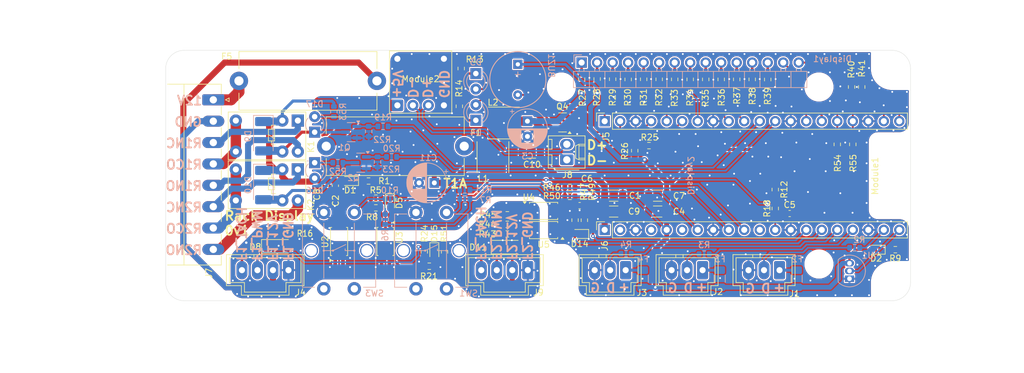
<source format=kicad_pcb>
(kicad_pcb (version 20240108) (generator "pcbnew") (generator_version "8.0")
  (layers (0 "F.Cu" signal) (31 "B.Cu" signal) (34 "B.Paste" user) (35 "F.Paste" user) (36 "B.SilkS" user "B.Silkscreen") (37 "F.SilkS" user "F.Silkscreen") (38 "B.Mask" user) (39 "F.Mask" user) (44 "Edge.Cuts" user))
  (net 0 "")
  (net 1 "Net-(BUZ1--)")
  (net 2 "+3.3V")
  (net 3 "Net-(D1-K)")
  (net 4 "+5V")
  (net 5 "Net-(D2-K)")
  (net 6 "/LED_RED_1")
  (net 7 "Net-(D3-K)")
  (net 8 "/LED_RED_2")
  (net 9 "Net-(D4-K)")
  (net 10 "/FAN1_PWM")
  (net 11 "Net-(D5-K)")
  (net 12 "/FAN1_TACHO_12V")
  (net 13 "/FAN1_PWM_12V")
  (net 14 "GNDS")
  (net 15 "+5VA")
  (net 16 "Net-(D17-A)")
  (net 17 "Net-(D10-A)")
  (net 18 "/FAN2_PWM_12V")
  (net 19 "/FAN2_TACHO_12V")
  (net 20 "Net-(D14-K)")
  (net 21 "/FAN2_PWM")
  (net 22 "Net-(D15-K)")
  (net 23 "+12V")
  (net 26 "Net-(D17-K)")
  (net 27 "Net-(J1-Pad2)")
  (net 28 "Net-(F2-Pad1)")
  (net 29 "GNDD")
  (net 31 "Net-(F3-Pad1)")
  (net 32 "Net-(J2-Pad2)")
  (net 33 "Net-(J3-Pad2)")
  (net 34 "Net-(F4-Pad1)")
  (net 36 "/TP_SDA")
  (net 37 "/TP_RST")
  (net 38 "/MISO")
  (net 39 "/LCD_CS")
  (net 40 "/LCD_RST")
  (net 41 "/TP_INT")
  (net 42 "/MOSI")
  (net 43 "/LCD_DC")
  (net 44 "/SCLK")
  (net 45 "/RELAY_2")
  (net 46 "/FAN2_TACHO")
  (net 47 "/TP_SCL")
  (net 48 "/RELAY_1")
  (net 49 "/TEMP_PROBE_3")
  (net 50 "/TEMP_PROBE_1")
  (net 51 "/TEMP_PROBE_4")
  (net 52 "/BEEP")
  (net 53 "+5VD")
  (net 54 "/BUTTON_2")
  (net 55 "/BUTTON_1")
  (net 56 "/TEMP_PROBE_2")
  (net 57 "/LCD_BL")
  (net 58 "/FAN1_TACHO")
  (net 59 "/RE1_C")
  (net 60 "/RE2_NO")
  (net 61 "/RE2_C")
  (net 62 "/RE1_NC")
  (net 63 "/RE1_NO")
  (net 64 "Net-(J7-Pin_1)")
  (net 65 "/RE2_NC")
  (net 66 "Net-(Q1-B)")
  (net 67 "Net-(Q2-B)")
  (net 68 "Net-(Q4-B)")
  (net 69 "Net-(R10-Pad1)")
  (net 70 "Net-(R11-Pad1)")
  (net 71 "Net-(R8-Pad2)")
  (net 72 "Net-(R12-Pad1)")
  (net 73 "Net-(R16-Pad2)")
  (net 74 "Net-(R21-Pad1)")
  (net 75 "Net-(R43-Pad1)")
  (net 76 "Net-(R45-Pad2)")
  (net 77 "Net-(R46-Pad1)")
  (net 78 "Net-(R47-Pad2)")
  (net 79 "Net-(Display1-LCD_BL)")
  (net 80 "Net-(Display1-MOSI)")
  (net 81 "Net-(Display1-3V3)")
  (net 82 "Net-(Display1-TP_SCL)")
  (net 83 "Net-(Display1-TP_SDA)")
  (net 84 "Net-(Display1-LCD_CS)")
  (net 85 "Net-(Display1-VCC)")
  (net 86 "Net-(Display1-SD_CS)")
  (net 87 "Net-(Display1-MISO)")
  (net 88 "Net-(Display1-LCD_RST)")
  (net 89 "Net-(Display1-GND)")
  (net 90 "Net-(Display1-TP_RST)")
  (net 91 "Net-(Display1-SCLK)")
  (net 92 "Net-(Display1-LCD_DC)")
  (net 93 "Net-(Display1-TP_INT)")
  (net 94 "/SD_CS")
  (net 95 "/D-")
  (net 96 "/D+")
  (net 101 "Net-(Module2-+5V)")
  (net 102 "Net-(D16-K)")
  (footprint "Resistor_SMD:R_0603_1608Metric" (layer "F.Cu") (at 125.35 112 90)
    (property "Reference" "R24")
    (property "Value" "560R")
  )
  (footprint "Resistor_SMD:R_0603_1608Metric" (layer "F.Cu") (at 117.425 104.8)
    (property "Reference" "R8")
    (property "Value" "560R")
  )
  (footprint "Connector_Phoenix_MC:PhoenixContact_MC_1,5_8-G-3.5_1x08_P3.50mm_Horizontal" (layer "F.Cu") (at 90.8 87.1 -90)
    (property "Reference" "J7")
    (property "Value" "Conn_01x08_Socket")
  )
  (footprint "Resistor_SMD:R_0603_1608Metric" (layer "F.Cu") (at 117.425 103.2)
    (property "Reference" "R5")
    (property "Value" "1k")
  )
  (footprint "Resistor_SMD:R_0603_1608Metric" (layer "F.Cu") (at 103 109)
    (property "Reference" "R16")
    (property "Value" "4k7")
  )
  (footprint "Resistor_SMD:R_0603_1608Metric" (layer "F.Cu") (at 195.34 85 90)
    (property "Reference" "R40")
    (property "Value" "0R")
  )
  (footprint "Package_SO:SOP-4_4.4x2.6mm_P1.27mm" (layer "F.Cu") (at 111.4 110.3 90)
    (property "Reference" "U2")
    (property "Value" "TCMT1100")
  )
  (footprint "LED_SMD:LED_0603_1608Metric" (layer "F.Cu") (at 127 112 -90)
    (property "Reference" "D15")
    (property "Value" "GREEN")
  )
  (footprint "Connector_PinSocket_2.54mm:PinSocket_1x20_P2.54mm_Vertical" (layer "F.Cu") (at 154.9 90.6 90)
    (property "Reference" "J5")
    (property "Value" "Conn_01x20")
  )
  (footprint "Capacitor_SMD:C_1206_3216Metric" (layer "F.Cu") (at 163.585 105.4 180)
    (property "Reference" "C4")
    (property "Value" "10uF/25V")
  )
  (footprint "Resistor_SMD:R_0603_1608Metric" (layer "F.Cu") (at 182.84 104.9 -90)
    (property "Reference" "R18")
    (property "Value" "560R")
  )
  (footprint "Package_TO_SOT_SMD:SOT-23" (layer "F.Cu") (at 148 90.8 180)
    (property "Reference" "Q4")
    (property "Value" "BC817")
  )
  (footprint "Package_SO:SOP-4_4.4x2.6mm_P1.27mm" (layer "F.Cu") (at 144.9 105.3)
    (property "Reference" "U4")
    (property "Value" "TCMT1100")
  )
  (footprint "Resistor_SMD:R_0603_1608Metric" (layer "F.Cu") (at 202.505 111.64 180)
    (property "Reference" "R9")
    (property "Value" "1k")
  )
  (footprint "Resistor_SMD:R_0603_1608Metric" (layer "F.Cu") (at 131.1 88.16 -90)
    (property "Reference" "R14")
    (property "Value" "1k")
  )
  (footprint "Fuse:Fuseholder_Cylinder-5x20mm_Stelvio-Kontek_PTF78_Horizontal_Open" (layer "F.Cu") (at 117.6 84 180)
    (property "Reference" "F5")
    (property "Value" "PTF78")
  )
  (footprint "Resistor_SMD:R_0603_1608Metric" (layer "F.Cu") (at 166.365 83.755 90)
    (property "Reference" "R33")
    (property "Value" "0R")
  )
  (footprint "MyFootPrints:5-104362-3" (layer "F.Cu") (at 138.5 115 -90)
    (property "Reference" "J9")
    (property "Value" "5-104362-3")
  )
  (footprint "Resistor_SMD:R_0603_1608Metric" (layer "F.Cu") (at 151.125 83.72 90)
    (property "Reference" "R27")
    (property "Value" "0R")
  )
  (footprint "MyFootPrints:R_Pi_Pico_Module" (layer "F.Cu") (at 179 99.5 90)
    (property "Reference" "Module1")
    (property "Value" "RPI-PICO")
  )
  (footprint "Resistor_SMD:R_0603_1608Metric" (layer "F.Cu") (at 138.9575 107.5 180)
    (property "Reference" "R44")
    (property "Value" "4k7")
  )
  (footprint "Resistor_SMD:R_0603_1608Metric" (layer "F.Cu") (at 168.905 83.755 90)
    (property "Reference" "R34")
    (property "Value" "0R")
  )
  (footprint "MountingHole:MountingHole_2.2mm_M2" (layer "F.Cu") (at 147.8 114)
    (property "Reference" "H5" (hide yes))
    (property "Value" "MountingHole" (hide yes))
  )
  (footprint "Connector_Molex:Molex_KK-254_AE-6410-02A_1x02_P2.54mm_Vertical" (layer "F.Cu") (at 148.7 96.92 90)
    (property "Reference" "J8")
    (property "Value" "Conn_01x02")
  )
  (footprint "Resistor_SMD:R_0603_1608Metric" (layer "F.Cu") (at 171.445 83.755 90)
    (property "Reference" "R35")
    (property "Value" "0R")
  )
  (footprint "Resistor_SMD:R_0603_1608Metric" (layer "F.Cu") (at 162.16 94.6 180)
    (property "Reference" "R25")
    (property "Value" "1k")
  )
  (footprint "Capacitor_SMD:C_0603_1608Metric" (layer "F.Cu") (at 110.8 101.175 -90)
    (property "Reference" "C2")
    (property "Value" "10uF/25V")
  )
  (footprint "Relay_THT:Relay_SPDT_Omron_G5V-1" (layer "F.Cu") (at 104.65 90.5 -90)
    (property "Reference" "K1")
    (property "Value" "G5V-1")
  )
  (footprint "Fuse:Fuseholder_Cylinder-5x20mm_Stelvio-Kontek_PTF78_Horizontal_Open" (layer "F.Cu") (at 109.3 94.7)
    (property "Reference" "F1")
    (property "Value" "PTF78")
  )
  (footprint "MyFootPrints:5-104362-3" (layer "F.Cu") (at 99.3 115 -90)
    (property "Reference" "J4")
    (property "Value" "5-104362-3")
  )
  (footprint "Resistor_SMD:R_0603_1608Metric" (layer "F.Cu") (at 138.9575 109.07 180)
    (property "Reference" "R43")
    (property "Value" "560R")
  )
  (footprint "Resistor_SMD:R_0603_1608Metric" (layer "F.Cu") (at 193 94.4 -90)
    (property "Reference" "R54")
    (property "Value" "4k7")
  )
  (footprint "Resistor_SMD:R_0603_1608Metric" (layer "F.Cu") (at 159.82 95.43 90)
    (property "Reference" "R26")
    (property "Value" "4k7")
  )
  (footprint "Resistor_SMD:R_0603_1608Metric" (layer "F.Cu") (at 179.065 83.755 90)
    (property "Reference" "R38")
    (property "Value" "0R")
  )
  (footprint "Diode_SMD:D_MiniMELF" (layer "F.Cu") (at 138.98 111.225)
    (property "Reference" "D11")
    (property "Value" "BZV55B4V3")
  )
  (footprint "Resistor_SMD:R_0603_1608Metric" (layer "F.Cu") (at 151.58 106.82 -90)
    (property "Reference" "R49")
    (property "Value" "1k")
  )
  (footprint "Package_SO:SOP-4_4.4x2.6mm_P1.27mm" (layer "F.Cu") (at 119 110.3 -90)
    (property "Reference" "U3")
    (property "Value" "TCMT1100")
  )
  (footprint "Diode_SMD:D_MiniMELF" (layer "F.Cu") (at 101.36 111.1)
    (property "Reference" "D8")
    (property "Value" "BZV55B4V3")
  )
  (footprint "Resistor_SMD:R_0603_1608Metric" (layer "F.Cu") (at 128.675 112 90)
    (property "Reference" "R51")
    (property "Value" "4k7")
  )
  (footprint "Capacitor_SMD:C_0603_1608Metric" (layer "F.Cu") (at 150.8 104.43)
    (property "Reference" "C6")
    (property "Value" "1uF/10V")
  )
  (footprint "MountingHole:MountingHole_2.2mm_M2" (layer "F.Cu") (at 190 114)
    (property "Reference" "H6" (hide yes))
    (property "Value" "MountingHole" (hide yes))
  )
  (footprint "Resistor_SMD:R_0603_1608Metric" (layer "F.Cu") (at 150.05 106.81 -90)
    (property "Reference" "R47")
    (property "Value" "560R")
  )
  (footprint "Resistor_SMD:R_0603_1608Metric" (layer "F.Cu") (at 173.985 83.755 90)
    (property "Reference" "R36")
    (property "Value" "0R")
  )
  (footprint "Resistor_SMD:R_0603_1608Metric" (layer "F.Cu") (at 176.525 83.755 90)
    (property "Reference" "R37")
    (property "Value" "0R")
  )
  (footprint "Capacitor_SMD:C_0603_1608Metric" (layer "F.Cu") (at 109.12 101.175 -90)
    (property "Reference" "C8")
    (property "Value" "10uF/25V")
  )
  (footprint "MountingHole:MountingHole_2.2mm_M2" (layer "F.Cu") (at 190 85)
    (property "Reference" "H8" (hide yes))
    (property "Value" "MountingHole" (hide yes))
  )
  (footprint "Resistor_SMD:R_0603_1608Metric" (layer "F.Cu") (at 156.205 83.725 90)
    (property "Reference" "R29")
    (property "Value" "0R")
  )
  (footprint "MountingHole:MountingHole_2.2mm_M2" (layer "F.Cu") (at 147.8 85)
    (property "Reference" "H7" (hide yes))
    (property "Value" "MountingHole" (hide yes))
  )
  (footprint "Resistor_SMD:R_0603_1608Metric" (layer "F.Cu") (at 181.605 83.775 90)
    (property "Reference" "R39")
    (property "Value" "0R")
  )
  (footprint "Resistor_SMD:R_0603_1608Metric" (layer "F.Cu") (at 149.2 101.45)
    (property "Reference" "R46")
    (property "Value" "1k")
  )
  (footprint "Capacitor_SMD:C_1206_3216Metric" (layer "F.Cu") (at 142.9 95.75 180)
    (property "Reference" "C10")
    (property "Value" "10uF/25V")
  )
  (footprint "MyFootPrints:5-104363-2" (layer "F.Cu") (at 155.8 115 -90)
    (property "Reference" "J3")
    (property "Value" "5-104363-2")
  )
  (footprint "Capacitor_SMD:C_1206_3216Metric" (layer "F.Cu") (at 163.58 102.8 180)
    (property "Reference" "C7")
    (property "Value" "10uF/25V")
  )
  (footprint "Relay_THT:Relay_SPDT_Omron_G5V-1" (layer "F.Cu") (at 104.65 98.5 -90)
    (property "Reference" "K2")
    (property "Value" "G5V-1")
  )
  (footprint "Resistor_SMD:R_0603_1608Metric" (layer "F.Cu") (at 163.825 83.745 90)
    (property "Reference" "R32")
    (property "Value" "0R")
  )
  (footprint "LED_SMD:LED_0603_1608Metric" (layer "F.Cu") (at 113.1 100.4 180)
    (property "Reference" "D1")
    (property "Value" "GREEN")
  )
  (footprint "Inductor_SMD:L_Taiyo-Yuden_MD-5050" (layer "F.Cu") (at 138.4 90.9)
    (property "Reference" "L2")
    (property "Value" "LQH5BPN220MT0L")
  )
  (footprint "MountingHole:MountingHole_2.7mm" (layer "F.Cu") (at 86 117)
    (property "Reference" "H4" (hide yes))
    (property "Value" "MountingHole" (hide yes))
  )
  (footprint "Capacitor_SMD:C_1206_3216Metric" (layer "F.Cu") (at 156.375 105.4)
    (property "Reference" "C9")
    (property "Value" "10uF/25V")
  )
  (footprint "Resistor_SMD:R_0603_1608Metric" (layer "F.Cu") (at 138.9575 105.935)
    (property "Reference" "R45")
    (property "Value" "4k7")
  )
  (footprint "MountingHole:MountingHole_2.7mm" (layer "F.Cu") (at 202 117)
    (property "Reference" "H3" (hide yes))
    (property "Value" "MountingHole" (hide yes))
  )
  (footprint "MyFootPrints:5-104363-2" (layer "F.Cu") (at 168.4 115 -90)
    (property "Reference" "J2")
    (property "Value" "5-104363-2")
  )
  (footprint "Capacitor_SMD:C_0603_1608Metric" (layer "F.Cu") (at 185.2 105.725)
    (property "Reference" "C5")
    (property "Value" "1uF/10V")
  )
  (footprint "LED_SMD:LED_0603_1608Metric" (layer "F.Cu") (at 199.365 111.65 180)
    (property "Reference" "D2")
    (property "Value" "GREEN")
  )
  (footprint "Connector_PinSocket_2.54mm:PinSocket_1x20_P2.54mm_Vertical" (layer "F.Cu") (at 154.9 108.4 90)
    (property "Reference" "J6")
    (property "Value" "Conn_01x20")
  )
  (footprint "Package_SO:SOP-4_4.4x2.6mm_P1.27mm" (layer "F.Cu") (at 144.9 108.435 180)
    (property "Reference" "U5")
    (property "Value" "TCMT1100")
  )
  (footprint "MyFootPrints:5-104363-2" (layer "F.Cu") (at 181 115 -90)
    (property "Reference" "J1")
    (property "Value" "5-104363-2")
  )
  (footprint "Resistor_SMD:R_0603_1608Metric" (layer "F.Cu") (at 116.225 100.4 180)
    (property "Reference" "R1")
    (property "Value" "1k")
  )
  (footprint "MountingHole:MountingHole_2.7mm" (layer "F.Cu") (at 86 82)
    (property "Reference" "H1" (hide yes))
    (property "Value" "MountingHole" (hide yes))
  )
  (footprint "Resistor_SMD:R_0603_1608Metric" (layer "F.Cu") (at 131.4 81.975 -90)
    (property "Reference" "R13")
    (property "Value" "1k")
  )
  (footprint "Resistor_SMD:R_0603_1608Metric" (layer "F.Cu") (at 126.175 114.35)
    (property "Reference" "R21")
    (property "Value" "4k7")
  )
  (footprint "Resistor_SMD:R_0603_1608Metric" (layer "F.Cu") (at 195.54 94.4 -90)
    (property "Reference" "R55")
    (property "Value" "4k7")
  )
  (footprint "Resistor_SMD:R_0603_1608Metric" (layer "F.Cu") (at 158.745 83.765 90)
    (property "Reference" "R30")
    (property "Value" "0R")
  )
  (footprint "LED_SMD:LED_0603_1608Metric" (layer "F.Cu") (at 150.8 109.07 180)
    (property "Reference" "D14")
    (property "Value" "GREEN")
  )
  (footprint "MyFootPrints:USB_Adapter" (layer "F.Cu") (at 124.76 84.19)
    (property "Reference" "Module2")
    (property "Value" "USB_Adapter")
  )
  (footprint "Capacitor_SMD:C_1206_3216Metric" (layer "F.Cu") (at 156.375 102.8)
    (property "Reference" "C1")
    (property "Value" "10uF/25V")
  )
  (footprint "MountingHole:MountingHole_2.7mm" (layer "F.Cu") (at 202 82)
    (property "Reference" "H2" (hide yes))
    (property "Value" "MountingHole" (hide yes))
  )
  (footprint "Resistor_SMD:R_0603_1608Metric" (layer "F.Cu") (at 149.2 102.92)
    (property "Reference" "R50")
    (property "Value" "560R")
  )
  (footprint "Resistor_SMD:R_0603_1608Metric" (layer "F.Cu") (at 161.285 83.74 90)
    (property "Reference" "R31")
    (property "Value" "0R")
  )
  (footprint "Resistor_SMD:R_0603_1608Metric" (layer "F.Cu") (at 153.665 83.695 90)
    (property "Reference" "R28")
    (property "Value" "0R")
  )
  (footprint "Inductor_SMD:L_Taiyo-Yuden_MD-5050" (layer "F.Cu") (at 136.6 96.5 -90)
    (property "Reference" "L1")
    (property "Value" "LQH5BPN220MT0L")
  )
  (footprint "Resistor_SMD:R_0603_1608Metric" (layer "F.Cu") (at 197 85 90)
    (property "Reference" "R41")
    (property "Value" "0R")
  )
  (footprint "LED_SMD:LED_0603_1608Metric" (layer "F.Cu") (at 119.75 103.9875 -90)
    (property "Reference" "D5")
    (property "Value" "GREEN")
  )
  (footprint "Resistor_SMD:R_0603_1608Metric" (layer "F.Cu") (at 182.84 101.8 90)
    (property "Reference" "R12")
    (property "Value" "1k")
  )
  (footprint "Diode_SMD:D_MELF" (layer "B.Cu") (at 99 101.0625 -90)
    (property "Reference" "D10")
    (property "Value" "SM513")
  )
  (footprint "Capacitor_THT:CP_Radial_D6.3mm_P2.50mm" (layer "B.Cu") (at 142.25 90.6 -90)
    (property "Reference" "C3")
    (property "Value" "220uF/10V")
  )
  (footprint "Resistor_SMD:R_0603_1608Metric" (layer "B.Cu") (at 118.6 91.45 180)
    (property "Reference" "R19")
    (property "Value" "1k")
  )
  (footprint "Fuse:Fuse_1206_3216Metric" (layer "B.Cu") (at 186.34 116.4 -90)
    (property "Reference" "F2")
    (property "Value" "50mA")
  )
  (footprint "LED_THT:LED_D3.0mm_Clear" (layer "B.Cu") (at 107.4 97.4 -90)
    (property "Reference" "D16")
    (property "Value" "GREEN")
  )
  (footprint "Resistor_SMD:R_0603_1608Metric" (layer "B.Cu") (at 132 101.85)
    (property "Reference" "R11")
    (property "Value" "22R")
  )
  (footprint "MyFootPrints:LEB9055B-05B-2.7" (layer "B.Cu") (at 140.68 83.79 -90)
    (property "Reference" "BUZ1")
    (property "Value" "LEB9055B-05B-2.7")
  )
  (footprint "MyFootPrints:WaveShare_Display_29063" (layer "B.Cu") (at 168.5 99.5 90)
    (property "Reference" "Display2")
    (property "Value" "WaveShare_Display_29063_3D")
  )
  (footprint "Resistor_SMD:R_0603_1608Metric" (layer "B.Cu") (at 111.2 97.4 180)
    (property "Reference" "R52")
    (property "Value" "1k")
  )
  (footprint "Connector_PinHeader_2.54mm:PinHeader_1x15_P2.54mm_Horizontal" (layer "B.Cu") (at 151.125 81 -90)
    (property "Reference" "Display1")
    (property "Value" "WaveShare_Display_29063")
  )
  (footprint "Package_TO_SOT_SMD:SOT-23" (layer "B.Cu") (at 114.9375 97.4 180)
    (property "Reference" "Q2")
    (property "Value" "BC817")
  )
  (footprint "LED_THT:LED_D3.0mm_Clear" (layer "B.Cu") (at 133.8 90.45 90)
    (property "Reference" "D4")
    (property "Value" "RED")
  )
  (footprint "Fuse:Fuse_1206_3216Metric" (layer "B.Cu") (at 173.74 116.4 -90)
    (property "Reference" "F3")
    (property "Value" "50mA")
  )
  (footprint "Resistor_SMD:R_0603_1608Metric" (layer "B.Cu") (at 132 103.35)
    (property "Reference" "R7")
    (property "Value" "1k")
  )
  (footprint "Resistor_SMD:R_0603_1608Metric" (layer "B.Cu") (at 118.95 106.68 -90)
    (property "Reference" "R6")
    (property "Value" "1k")
  )
  (footprint "Resistor_SMD:R_0603_1608Metric" (layer "B.Cu") (at 117.7 97.275 90)
    (property "Reference" "R23")
    (property "Value" "4k7")
  )
  (footprint "Fuse:Fuse_1206_3216Metric" (layer "B.Cu") (at 161.14 116.4 -90)
    (property "Reference" "F4")
    (property "Value" "50mA")
  )
  (footprint "Resistor_SMD:R_0603_1608Metric" (layer "B.Cu") (at 120 96.45 180)
    (property "Reference" "R20")
    (property "Value" "1k")
  )
  (footprint "Diode_SMD:D_MELF" (layer "B.Cu") (at 99 93.0625 -90)
    (property "Reference" "D9")
    (property "Value" "SM513")
  )
  (footprint "Resistor_SMD:R_0603_1608Metric" (layer "B.Cu") (at 195.85 111.325)
    (property "Reference" "R2")
    (property "Value" "22R")
  )
  (footprint "Package_TO_SOT_THT:TO-92_Inline" (layer "B.Cu") (at 195 116.4 90)
    (property "Reference" "U1")
    (property "Value" "DS18B20")
  )
  (footprint "Resistor_SMD:R_0603_1608Metric" (layer "B.Cu") (at 158.4 112.3)
    (property "Reference" "R4")
    (property "Value" "22R")
  )
  (footprint "MyFootPrints:1437565-5" (layer "B.Cu") (at 111.4 111.8 90)
    (property "Reference" "SW3")
    (property "Value" "1437565-5")
  )
  (footprint "Capacitor_THT:CP_Radial_D6.3mm_P2.50mm" (layer "B.Cu") (at 127 100.7 180)
    (property "Reference" "C11")
    (property "Value" "220uF/10V")
  )
  (footprint "Resistor_SMD:R_0603_1608Metric" (layer "B.Cu") (at 110.55 89.035 90)
    (property "Reference" "R53")
    (property "Value" "1k")
  )
  (footprint "LED_THT:LED_D3.0mm_Clear" (layer "B.Cu") (at 133.8 82.8 -90)
    (property "Reference" "D3")
    (property "Value" "YELLOW")
  )
  (footprint "Resistor_SMD:R_0603_1608Metric" (layer "B.Cu") (at 171.2 112.375)
    (property "Reference" "R3")
    (property "Value" "22R")
  )
  (footprint "Resistor_SMD:R_0603_1608Metric" (layer "B.Cu") (at 119.775 103.35)
    (property "Reference" "R10")
    (property "Value" "22R")
  )
  (footprint "Resistor_SMD:R_0603_1608Metric" (layer "B.Cu") (at 116.25 92.275 90)
    (property "Reference" "R22")
    (property "Value" "4k7")
  )
  (footprint "MyFootPrints:1437565-5" (layer "B.Cu") (at 126.5 111.8 90)
    (property "Reference" "SW1")
    (property "Value" "1437565-5")
  )
  (footprint "LED_THT:LED_D3.0mm_Clear" (layer "B.Cu") (at 107.4 92.4 90)
    (property "Reference" "D17")
    (property "Value" "GREEN")
  )
  (footprint "Package_TO_SOT_SMD:SOT-23" (layer "B.Cu") (at 113.3775 92.4 180)
    (property "Reference" "Q1")
    (property "Value" "BC817")
  )
  (gr_arc (start 205 117) (mid 204.12132 119.12132) (end 202 120) (stroke (width 0.05)) (layer "Edge.Cuts"))
  (gr_arc (start 86 120) (mid 83.87868 119.12132) (end 83 117) (stroke (width 0.05)) (layer "Edge.Cuts"))
  (gr_line (start 86 120) (end 202 120) (stroke (width 0.05)) (layer "Edge.Cuts"))
  (gr_line (start 205 82) (end 205 117) (stroke (width 0.05)) (layer "Edge.Cuts"))
  (gr_line (start 83 82) (end 83 117) (stroke (width 0.05)) (layer "Edge.Cuts"))
  (gr_arc (start 202 79) (mid 204.12132 79.87868) (end 205 82) (stroke (width 0.05)) (layer "Edge.Cuts"))
  (gr_arc (start 83 82) (mid 83.87868 79.87868) (end 86 79) (stroke (width 0.05)) (layer "Edge.Cuts"))
  (gr_line (start 86 79) (end 202 79) (stroke (width 0.05)) (layer "Edge.Cuts"))
  (gr_text "R1CO" (at 89.1 98.596 0) (layer "B.SilkS") (effects (font (size 1.5 1.45) (thickness 0.3) (bold yes)) (justify left bottom mirror)))
  (gr_text "D" (at 182.238571 118.9 0) (layer "B.SilkS") (effects (font (size 1.5 1.5) (thickness 0.3) (bold yes)) (justify left bottom mirror)))
  (gr_text "D+" (at 125 87 -90) (layer "B.SilkS") (effects (font (size 1.5 1.5) (thickness 0.3) (bold yes)) (justify left bottom mirror)))
  (gr_text "F2_GND" (at 141.32 113.5 270) (layer "B.SilkS") (effects (font (size 1.5 1.4) (thickness 0.3) (bold yes)) (justify left bottom mirror)))
  (gr_text "G" (at 179.698571 118.9 0) (layer "B.SilkS") (effects (font (size 1.5 1.5) (thickness 0.3) (bold yes)) (justify left bottom mirror)))
  (gr_text "F1_TACH" (at 94.494 113.6 270) (layer "B.SilkS") (effects (font (size 1.5 1.4) (thickness 0.3) (bold yes)) (justify left bottom mirror)))
  (gr_text "G" (at 166.998571 118.8 0) (layer "B.SilkS") (effects (font (size 1.5 1.5) (thickness 0.3) (bold yes)) (justify left bottom mirror)))
  (gr_text "G" (at 154.31 118.8 0) (layer "B.SilkS") (effects (font (size 1.5 1.5) (thickness 0.3) (bold yes)) (justify left bottom mirror)))
  (gr_text "F2_TACH" (at 133.7 113.5 270) (layer "B.SilkS") (effects (font (size 1.5 1.4) (thickness 0.3) (bold yes)) (justify left bottom mirror)))
  (gr_text "+" (at 159.211429 118.6 0) (layer "B.SilkS") (effects (font (size 1.5 1.5) (thickness 0.3) (bold yes)) (justify left bottom mirror)))
  (gr_text "GND" (at 89.1 91.596 0) (layer "B.SilkS") (effects (font (size 1.5 1.45) (thickness 0.3) (bold yes)) (justify left bottom mirror)))
  (gr_text "F1_GND" (at 102.114 113.6 270) (layer "B.SilkS") (effects (font (size 1.5 1.4) (thickness 0.3) (bold yes)) (justify left bottom mirror)))
  (gr_text "+5V" (at 120.1 87 -90) (layer "B.SilkS") (effects (font (size 1.5 1.5) (thickness 0.3) (bold yes)) (justify left bottom mirror)))
  (gr_text "R2NC" (at 89.1 105.596 0) (layer "B.SilkS") (effects (font (size 1.5 1.45) (thickness 0.3) (bold yes)) (justify left bottom mirror)))
  (gr_text "F2_12V" (at 138.78 113.5 270) (layer "B.SilkS") (effects (font (size 1.5 1.4) (thickness 0.3) (bold yes)) (justify left bottom mirror)))
  (gr_text "F2_PWM" (at 136.24 113.5 270) (layer "B.SilkS") (effects (font (size 1.5 1.4) (thickness 0.3) (bold yes)) (justify left bottom mirror)))
  (gr_text "F1_PWM" (at 97.034 113.6 270) (layer "B.SilkS") (effects (font (size 1.5 1.4) (thickness 0.3) (bold yes)) (justify left bottom mirror)))
  (gr_text "R1NC" (at 89.1 95.096 0) (layer "B.SilkS") (effects (font (size 1.5 1.45) (thickness 0.3) (bold yes)) (justify left bottom mirror)))
  (gr_text "D-" (at 122.6 87 -90) (layer "B.SilkS") (effects (font (size 1.5 1.5) (thickness 0.3) (bold yes)) (justify left bottom mirror)))
  (gr_text "+" (at 184.6 118.7 0) (layer "B.SilkS") (effects (font (size 1.5 1.5) (thickness 0.3) (bold yes)) (justify left bottom mirror)))
  (gr_text "D" (at 156.85 118.8 0) (layer "B.SilkS") (effects (font (size 1.5 1.5) (thickness 0.3) (bold yes)) (justify left bottom mirror)))
  (gr_text "R2CO" (at 89.1 109.096 0) (layer "B.SilkS") (effects (font (size 1.5 1.45) (thickness 0.3) (bold yes)) (justify left bottom mirror)))
  (gr_text "F1_12V" (at 99.574 113.6 270) (layer "B.SilkS") (effects (font (size 1.5 1.4) (thickness 0.3) (bold yes)) (justify left bottom mirror)))
  (gr_text "12V" (at 89.1 88.096 0) (layer "B.SilkS") (effects (font (size 1.5 1.45) (thickness 0.3) (bold yes)) (justify left bottom mirror)))
  (gr_text "D" (at 169.538571 118.8 0) (layer "B.SilkS") (effects (font (size 1.5 1.5) (thickness 0.3) (bold yes)) (justify left bottom mirror)))
  (gr_text "R2NO" (at 89.1 112.596 0) (layer "B.SilkS") (effects (font (size 1.5 1.45) (thickness 0.3) (bold yes)) (justify left bottom mirror)))
  (gr_text "GND" (at 127.7 87 -90) (layer "B.SilkS") (effects (font (size 1.5 1.5) (thickness 0.3) (bold yes)) (justify left bottom mirror)))
  (gr_text "+" (at 171.9 118.6 0) (layer "B.SilkS") (effects (font (size 1.5 1.5) (thickness 0.3) (bold yes)) (justify left bottom mirror)))
  (gr_text "R1NO" (at 89.1 102.096 0) (layer "B.SilkS") (effects (font (size 1.5 1.45) (thickness 0.3) (bold yes)) (justify left bottom mirror)))
  (gr_text "D+" (at 151.8 95.376 0) (layer "F.SilkS") (effects (font (size 1.5 1.5) (thickness 0.3) (bold yes)) (justify left bottom)))
  (gr_text "D-" (at 151.8 97.916 0) (layer "F.SilkS") (effects (font (size 1.5 1.5) (thickness 0.3) (bold yes)) (justify left bottom)))
  (gr_text "Rack Display\n0v1" (at 92.5 109.4 0) (layer "F.SilkS") (effects (font (size 1.5 1.5) (thickness 0.3) (bold yes)) (justify left bottom)))
  (gr_text "T1A" (at 128.3 101.7 0) (layer "F.SilkS") (effects (font (size 1.5 1.5) (thickness 0.3) (bold yes)) (justify left bottom)))
  (segment (start 147.0625 90.8) (end 146.2 90.8) (width 0.3) (layer "F.Cu") (net 1))
  (segment (start 146.2 90.8) (end 141.69 86.29) (width 0.3) (layer "F.Cu") (net 1))
  (segment (start 141.69 86.29) (end 140.68 86.29) (width 0.3) (layer "F.Cu") (net 1))
  (segment (start 171.375 95.225) (end 182.8 95.225) (width 0.5) (layer "F.Cu") (net 2))
  (segment (start 182.84 100.975) (end 182.84 95.265) (width 0.3) (layer "F.Cu") (net 2))
  (segment (start 193.15 95.225) (end 195.55 95.225) (width 0.5) (layer "F.Cu") (net 2))
  (segment (start 161.43 96.9) (end 165.055 100.525) (width 0.8) (layer "F.Cu") (net 2))
  (segment (start 152 101.45) (end 153.4 102.85) (width 0.4) (layer "F.Cu") (net 2))
  (segment (start 165.055 100.525) (end 166.075 100.525) (width 0.5) (layer "F.Cu") (net 2))
  (segment (start 182.8 95.225) (end 193 95.225) (width 0.5) (layer "F.Cu") (net 2))
  (segment (start 165.055 100.525) (end 165.055 102.78) (width 0.8) (layer "F.Cu") (net 2))
  (segment (start 182.84 95.265) (end 182.8 95.225) (width 0.3) (layer "F.Cu") (net 2))
  (segment (start 165.06 108.4) (end 165.06 109.715) (width 0.8) (layer "F.Cu") (net 2))
  (segment (start 195 112.6) (end 195 113.86) (width 0.4) (layer "F.Cu") (net 2))
  (segment (start 166.075 100.525) (end 171.375 95.225) (width 0.5) (layer "F.Cu") (net 2))
  (segment (start 153.665 84.52) (end 153.665 86) (width 0.8) (layer "F.Cu") (net 2))
  (segment (start 165.055 102.78) (end 165.055 108.395) (width 0.8) (layer "F.Cu") (net 2))
  (segment (start 165.06 109.715) (end 163.2 111.575) (width 0.8) (layer "F.Cu") (net 2))
  (segment (start 163.2 111.575) (end 163.2 117.8) (width 0.8) (layer "F.Cu") (net 2))
  (segment (start 165.055 108.395) (end 165.06 108.4) (width 0.8) (layer "F.Cu") (net 2))
  (segment (start 150.025 101.45) (end 152 101.45) (width 0.4) (layer "F.Cu") (net 2))
  (segment (start 195.95 111.65) (end 195 112.6) (width 0.4) (layer "F.Cu") (net 2))
  (segment (start 198.5775 111.65) (end 195.95 111.65) (width 0.4) (layer "F.Cu") (net 2))
  (via (at 161.43 96.9) (size 0.8) (drill 0.4) (layers "F.Cu" "B.Cu") (net 2))
  (via (at 163.2 117.8) (size 0.8) (drill 0.4) (layers "F.Cu" "B.Cu") (net 2))
  (via (at 153.665 86) (size 0.8) (drill 0.4) (layers "F.Cu" "B.Cu") (net 2))
  (via (at 153.35 102.875) (size 0.6) (drill 0.3) (layers "F.Cu" "B.Cu") (net 2))
  (segment (start 161.14 117.8) (end 163.2 117.8) (width 0.8) (layer "B.Cu") (net 2))
  (segment (start 193.89 113.86) (end 195 113.86) (width 0.8) (layer "B.Cu") (net 2))
  (segment (start 152.6 88.3325) (end 153.665 87.2675) (width 0.8) (layer "B.Cu") (net 2))
  (segment (start 153.665 87.2675) (end 153.665 86) (width 0.8) (layer "B.Cu") (net 2))
  (segment (start 130.295 107.505) (end 132.825 104.975) (width 0.3) (layer "B.Cu") (net 2))
  (segment (start 191.8 117.8) (end 193.2 116.4) (width 0.8) (layer "B.Cu") (net 2))
  (segment (start 153.35 102.875) (end 159.535 102.875) (width 0.3) (layer "B.Cu") (net 2))
  (segment (start 135.6 101.45) (end 144.05 101.45) (width 0.3) (layer "B.Cu") (net 2))
  (segment (start 148.465 81.29) (end 140.68 81.29) (width 0.45) (layer "B.Cu") (net 2))
  (segment (start 118.95 107.505) (end 130.295 107.505) (width 0.3) (layer "B.Cu") (net 2))
  (segment (start 152.9 84.4) (end 151.575 84.4) (width 0.45) (layer "B.Cu") (net 2))
  (segment (start 132.825 103.35) (end 133.7 103.35) (width 0.3) (layer "B.Cu") (net 2))
  (segment (start 152.6 91.95) (end 152.6 88.3325) (width 0.8) (layer "B.Cu") (net 2))
  (segment (start 186.34 117.8) (end 191.8 117.8) (width 0.8) (layer "B.Cu") (net 2))
  (segment (start 157.55 96.9) (end 152.6 91.95) (width 0.8) (layer "B.Cu") (net 2))
  (segment (start 151.575 84.4) (end 148.465 81.29) (width 0.45) (layer "B.Cu") (net 2))
  (segment (start 159.535 102.875) (end 165.06 108.4) (width 0.3) (layer "B.Cu") (net 2))
  (segment (start 193.2 114.55) (end 193.89 113.86) (width 0.8) (layer "B.Cu") (net 2))
  (segment (start 144.05 101.45) (end 145.475 102.875) (width 0.3) (layer "B.Cu") (net 2))
  (segment (start 161.43 96.9) (end 157.55 96.9) (width 0.8) (layer "B.Cu") (net 2))
  (segment (start 132.825 104.975) (end 132.825 103.35) (width 0.3) (layer "B.Cu") (net 2))
  (segment (start 145.475 102.875) (end 153.35 102.875) (width 0.3) (layer "B.Cu") (net 2))
  (segment (start 153.665 85.165) (end 152.9 84.4) (width 0.45) (layer "B.Cu") (net 2))
  (segment (start 153.665 86) (end 153.665 85.165) (width 0.45) (layer "B.Cu") (net 2))
  (segment (start 133.7 103.35) (end 135.6 101.45) (width 0.3) (layer "B.Cu") (net 2))
  (segment (start 163.2 117.8) (end 186.34 117.8) (width 0.8) (layer "B.Cu") (net 2))
  (segment (start 193.2 116.4) (end 193.2 114.55) (width 0.8) (layer "B.Cu") (net 2))
  (segment (start 113.8875 100.4) (end 115.4 100.4) (width 0.4) (layer "F.Cu") (net 3))
  (segment (start 136.6 90.9) (end 136.6 94.7) (width 1.5) (layer "F.Cu") (net 4))
  (segment (start 136.6 94.7) (end 131.9 94.7) (width 1.5) (layer "F.Cu") (net 4))
  (segment (start 200.1525 111.65) (end 201.67 111.65) (width 0.4) (layer "F.Cu") (net 5))
  (segment (start 150.62 88) (end 152.12 89.5) (width 0.3) (layer "F.Cu") (net 6))
  (segment (start 156.77 92.39) (end 157.44 91.72) (width 0.3) (layer "F.Cu") (net 6))
  (segment (start 152.12 91) (end 153.51 92.39) (width 0.3) (layer "F.Cu") (net 6))
  (segment (start 135.61 85.34) (end 136.85 84.1) (width 0.3) (layer "F.Cu") (net 6))
  (segment (start 153.51 92.39) (end 156.77 92.39) (width 0.3) (layer "F.Cu") (net 6))
  (segment (start 157.44 91.72) (end 157.44 90.6) (width 0.3) (layer "F.Cu") (net 6))
  (segment (start 133.8 85.34) (end 135.61 85.34) (width 0.3) (layer "F.Cu") (net 6))
  (segment (start 136.85 84.1) (end 142.5 84.1) (width 0.3) (layer "F.Cu") (net 6))
  (segment (start 142.5 84.1) (end 146.4 88) (width 0.3) (layer "F.Cu") (net 6))
  (segment (start 152.12 89.5) (end 152.12 91) (width 0.3) (layer "F.Cu") (net 6))
  (segment (start 146.4 88) (end 150.62 88) (width 0.3) (layer "F.Cu") (net 6))
  (segment (start 133.8 82.8) (end 131.4 82.8) (width 0.4) (layer "F.Cu") (net 7))
  (segment (start 137.11 84.6) (end 142.235 84.6) (width 0.3) (layer "F.Cu") (net 8))
  (segment (start 142.235 84.6) (end 146.235 88.6) (width 0.3) (layer "F.Cu") (net 8))
  (segment (start 133.8 87.91) (end 137.11 84.6) (width 0.3) (layer "F.Cu") (net 8))
  (segment (start 151.59 89.77) (end 151.59 91.19) (width 0.3) (layer "F.Cu") (net 8))
  (segment (start 146.235 88.6) (end 150.42 88.6) (width 0.3) (layer "F.Cu") (net 8))
  (segment (start 153.34 92.94) (end 160.18 92.94) (width 0.3) (layer "F.Cu") (net 8))
  (segment (start 151.59 91.19) (end 153.34 92.94) (width 0.3) (layer "F.Cu") (net 8))
  (segment (start 150.42 88.6) (end 151.59 89.77) (width 0.3) (layer "F.Cu") (net 8))
  (segment (start 160.18 92.94) (end 162.52 90.6) (width 0.3) (layer "F.Cu") (net 8))
  (segment (start 131.75 90.45) (end 131.1 89.8) (width 0.4) (layer "F.Cu") (net 9))
  (segment (start 131.1 89.8) (end 131.1 88.985) (width 0.4) (layer "F.Cu") (net 9))
  (segment (start 133.8 90.45) (end 131.75 90.45) (width 0.4) (layer "F.Cu") (net 9))
  (segment (start 119.75 104.775) (end 121.425 104.775) (width 0.3) (layer "F.Cu") (net 10))
  (segment (start 121.425 104.775) (end 122.9 103.3) (width 0.3) (layer "F.Cu") (net 10))
  (segment (start 119.75 105.7) (end 119.635 105.815) (width 0.4) (layer "F.Cu") (net 10))
  (segment (start 122.9 103.3) (end 133.9 103.3) (width 0.3) (layer "F.Cu") (net 10))
  (segment (start 136.3 100.9) (end 145.9 100.9) (width 0.3) (layer "F.Cu") (net 10))
  (segment (start 119.635 105.815) (end 119.635 107.1125) (width 0.4) (layer "F.Cu") (net 10))
  (segment (start 133.9 103.3) (end 136.3 100.9) (width 0.3) (layer "F.Cu") (net 10))
  (segment (start 119.75 104.775) (end 119.75 105.7) (width 0.4) (layer "F.Cu") (net 10))
  (via (at 145.9 100.9) (size 0.6) (drill 0.3) (layers "F.Cu" "B.Cu") (net 10))
  (segment (start 145.9 100.9) (end 170.26 100.9) (width 0.3) (layer "B.Cu") (net 10))
  (segment (start 170.26 100.9) (end 177.76 108.4) (width 0.3) (layer "B.Cu") (net 10))
  (segment (start 118.25 103.2) (end 119.75 103.2) (width 0.3) (layer "F.Cu") (net 11))
  (segment (start 102.175 109) (end 98.95 109) (width 0.4) (layer "F.Cu") (net 12))
  (segment (start 95.49 112.46) (end 95.49 115) (width 0.4) (layer "F.Cu") (net 12))
  (segment (start 98.95 109) (end 95.49 112.46) (width 0.4) (layer "F.Cu") (net 12))
  (segment (start 124.4 111.175) (end 125.35 111.175) (width 0.4) (layer "F.Cu") (net 13))
  (segment (start 98.03 111.77) (end 98.7 111.1) (width 0.4) (layer "F.Cu") (net 13))
  (segment (start 98.03 115) (end 98.03 111.77) (width 0.4) (layer "F.Cu") (net 13))
  (segment (start 98.7 111.1) (end 99.61 111.1) (width 0.4) (layer "F.Cu") (net 13))
  (via (at 124.4 111.175) (size 0.6) (drill 0.3) (layers "F.Cu" "B.Cu") (net 13))
  (segment (start 105.75 113.7) (end 123.3 113.7) (width 0.3) (layer "B.Cu") (net 13))
  (segment (start 123.3 113.7) (end 124.4 112.6) (width 0.3) (layer "B.Cu") (net 13))
  (segment (start 98.9 112.15) (end 104.2 112.15) (width 0.3) (layer "B.Cu") (net 13))
  (segment (start 98.03 113.02) (end 98.9 112.15) (width 0.3) (layer "B.Cu") (net 13))
  (segment (start 124.4 112.6) (end 124.4 111.175) (width 0.3) (layer "B.Cu") (net 13))
  (segment (start 98.03 115) (end 98.03 113.02) (width 0.3) (layer "B.Cu") (net 13))
  (segment (start 104.2 112.15) (end 105.75 113.7) (width 0.3) (layer "B.Cu") (net 13))
  (via (at 143.9 115.1) (size 0.6) (drill 0.3) (layers "F.Cu" "B.Cu") (net 14))
  (via (at 143.9 112) (size 0.6) (drill 0.3) (layers "F.Cu" "B.Cu") (net 14))
  (via (at 138.4 113.2) (size 0.6) (drill 0.3) (layers "F.Cu" "B.Cu") (net 14))
  (via (at 135.9 110.5) (size 0.6) (drill 0.3) (layers "F.Cu" "B.Cu") (net 14))
  (via (at 131.2 110.1) (size 0.6) (drill 0.3) (layers "F.Cu" "B.Cu") (net 14))
  (via (at 117.4 114.5) (size 0.6) (drill 0.3) (layers "F.Cu" "B.Cu") (net 14))
  (via (at 106.9 108) (size 0.6) (drill 0.3) (layers "F.Cu" "B.Cu") (net 14))
  (via (at 104.9 109.9) (size 0.6) (drill 0.3) (layers "F.Cu" "B.Cu") (net 14))
  (via (at 106.3 115.1) (size 0.6) (drill 0.3) (layers "F.Cu" "B.Cu") (net 14))
  (via (at 138.8 104) (size 0.6) (drill 0.3) (layers "F.Cu" "B.Cu") (net 14))
  (via (at 129.6 110.6) (size 0.6) (drill 0.3) (layers "F.Cu" "B.Cu") (net 14))
  (via (at 134.3 119.3) (size 0.6) (drill 0.3) (layers "F.Cu" "B.Cu") (net 14))
  (via (at 131.6 114.5) (size 0.6) (drill 0.3) (layers "F.Cu" "B.Cu") (net 14))
  (via (at 139.4 119.3) (size 0.6) (drill 0.3) (layers "F.Cu" "B.Cu") (net 14))
  (via (at 110.3 110.6) (size 0.6) (drill 0.3) (layers "F.Cu" "B.Cu") (net 14))
  (via (at 94.7 118.9) (size 0.6) (drill 0.3) (layers "F.Cu" "B.Cu") (net 14))
  (via (at 143.4 104.3) (size 0.6) (drill 0.3) (layers "F.Cu" "B.Cu") (net 14))
  (via (at 109.7 113) (size 0.6) (drill 0.3) (layers "F.Cu" "B.Cu") (net 14))
  (via (at 99.6 112.9) (size 0.6) (drill 0.3) (layers "F.Cu" "B.Cu") (net 14))
  (via (at 98.7 119.3) (size 0.6) (drill 0.3) (layers "F.Cu" "B.Cu") (net 14))
  (via (at 96.8 116.7) (size 0.6) (drill 0.3) (layers "F.Cu" "B.Cu") (net 14))
  (via (at 99.6 107.8) (size 0.6) (drill 0.3) (layers "F.Cu" "B.Cu") (net 14))
  (via (at 120.4 114.5) (size 0.6) (drill 0.3) (layers "F.Cu" "B.Cu") (net 14))
  (via (at 113.2 113) (size 0.6) (drill 0.3) (layers "F.Cu" "B.Cu") (net 14))
  (via (at 143.9 105.6) (size 0.6) (drill 0.3) (layers "F.Cu" "B.Cu") (net 14))
  (via (at 114.6 110.6) (size 0.6) (drill 0.3) (layers "F.Cu" "B.Cu") (net 14))
  (via (at 107 109.9) (size 0.6) (drill 0.3) (layers "F.Cu" "B.Cu") (net 14))
  (via (at 141 113.2) (size 0.6) (drill 0.3) (layers "F.Cu" "B.Cu") (net 14))
  (via (at 101.6 119.3) (size 0.6) (drill 0.3) (layers "F.Cu" "B.Cu") (net 14))
  (via (at 109.9 114.5) (size 0.6) (drill 0.3) (layers "F.Cu" "B.Cu") (net 14))
  (via (at 128 114.5) (size 0.6) (drill 0.3) (layers "F.Cu" "B.Cu") (net 14))
  (via (at 135 106.3) (size 0.6) (drill 0.3) (layers "F.Cu" "B.Cu") (net 14))
  (via (at 104.3 119.3) (size 0.6) (drill 0.3) (layers "F.Cu" "B.Cu") (net 14))
  (via (at 96.5 119.3) (size 0.6) (drill 0.3) (layers "F.Cu" "B.Cu") (net 14))
  (via (at 105.6 118.7) (size 0.6) (drill 0.3) (layers "F.Cu" "B.Cu") (net 14))
  (via (at 138.2 110.1) (size 0.6) (drill 0.3) (layers "F.Cu" "B.Cu") (net 14))
  (via (at 133.8 113) (size 0.6) (drill 0.3) (layers "F.Cu" "B.Cu") (net 14))
  (via (at 139.7 110.1) (size 0.6) (drill 0.3) (layers "F.Cu" "B.Cu") (net 14))
  (via (at 103.8 107.8) (size 0.6) (drill 0.3) (layers "F.Cu" "B.Cu") (net 14))
  (via (at 130.4 116.4) (size 0.6) (drill 0.3) (layers "F.Cu" "B.Cu") (net 14))
  (via (at 136.9 107.9) (size 0.6) (drill 0.3) (layers "F.Cu" "B.Cu") (net 14))
  (via (at 143.9 108.9) (size 0.6) (drill 0.3) (layers "F.Cu" "B.Cu") (net 14))
  (via (at 133 108.3) (size 0.6) (drill 0.3) (layers "F.Cu" "B.Cu") (net 14))
  (via (at 136.7 104.7) (size 0.6) (drill 0.3) (layers "F.Cu" "B.Cu") (net 14))
  (via (at 96.2 110.5) (size 0.7) (drill 0.4) (layers "F.Cu" "B.Cu") (net 14))
  (via (at 143.9 117.6) (size 0.6) (drill 0.3) (layers "F.Cu" "B.Cu") (net 14))
  (via (at 96.8 112.9) (size 0.6) (drill 0.3) (layers "F.Cu" "B.Cu") (net 14))
  (via (at 101.5 111) (size 0.6) (drill 0.3) (layers "F.Cu" "B.Cu") (net 14))
  (via (at 94.1 113.1) (size 0.6) (drill 0.3) (layers "F.Cu" "B.Cu") (net 14))
  (via (at 119.9 110.6) (size 0.6) (drill 0.3) (layers "F.Cu" "B.Cu") (net 14))
  (via (at 105.1 111.8) (size 0.6) (drill 0.3) (layers "F.Cu" "B.Cu") (net 14))
  (via (at 101.8 113) (size 0.6) (drill 0.3) (layers "F.Cu" "B.Cu") (net 14))
  (via (at 142.4 110.6) (size 0.6) (drill 0.3) (layers "F.Cu" "B.Cu") (net 14))
  (via (at 94 116.7) (size 0.6) (drill 0.3) (layers "F.Cu" "B.Cu") (net 14))
  (via (at 132.3 118.1) (size 0.6) (drill 0.3) (layers "F.Cu" "B.Cu") (net 14))
  (via (at 136 113.2) (size 0.6) (drill 0.3) (layers "F.Cu" "B.Cu") (net 14))
  (via (at 141 106.9) (size 0.6) (drill 0.3) (layers "F.Cu" "B.Cu") (net 14))
  (via (at 142.8 119.1) (size 0.6) (drill 0.3) (layers "F.Cu" "B.Cu") (net 14))
  (via (at 117.3 110.6) (size 0.6) (drill 0.3) (layers "F.Cu" "B.Cu") (net 14))
  (via (at 123.5 110.6) (size 0.6) (drill 0.3) (layers "F.Cu" "B.Cu") (net 14))
  (via (at 124.5 113.6) (size 0.6) (drill 0.3) (layers "F.Cu" "B.Cu") (net 14))
  (via (at 113.2 114.5) (size 0.6) (drill 0.3) (layers "F.Cu" "B.Cu") (net 14))
  (via (at 117.4 113) (size 0.6) (drill 0.3) (layers "F.Cu" "B.Cu") (net 14))
  (segment (start 85.9 93.05) (end 85.9 110.8) (width 1) (layer "B.Cu") (net 14))
  (segment (start 90.8 90.6) (end 88.35 90.6) (width 1) (layer "B.Cu") (net 14))
  (segment (start 85.9 110.8) (end 92.9 117.8) (width 1) (layer "B.Cu") (net 14))
  (segment (start 88.35 90.6) (end 85.9 93.05) (width 1) (layer "B.Cu") (net 14))
  (segment (start 92.9 117.8) (end 94.5 117.8) (width 1) (layer "B.Cu") (net 14))
  (segment (start 132.2 98.3) (end 136.6 98.3) (width 1) (layer "F.Cu") (net 15))
  (segment (start 110.75 100.4) (end 110.8 100.4) (width 0.8) (layer "F.Cu") (net 15))
  (segment (start 102.11 98.5) (end 100.9 98.5) (width 1) (layer "F.Cu") (net 15))
  (segment (start 127 100.7) (end 127 99.55) (width 0.8) (layer "F.Cu") (net 15))
  (segment (start 127 100.7) (end 129.8 100.7) (width 1) (layer "F.Cu") (net 15))
  (segment (start 102.11 99.71) (end 102.9 100.5) (width 1) (layer "F.Cu") (net 15))
  (segment (start 100.9 98.5) (end 99.95 97.55) (width 1) (layer "F.Cu") (net 15))
  (segment (start 106.84 100.5) (end 107.4 99.94) (width 1) (layer "F.Cu") (net 15))
  (segment (start 110.8 100.4) (end 107.86 100.4) (width 0.8) (layer "F.Cu") (net 15))
  (segment (start 113.45 98.45) (end 112.3125 99.5875) (width 0.8) (layer "F.Cu") (net 15))
  (segment (start 125.9 98.45) (end 113.45 98.45) (width 0.8) (layer "F.Cu") (net 15))
  (segment (start 107.86 100.4) (end 107.4 99.94) (width 0.8) (layer "F.Cu") (net 15))
  (segment (start 99.95 91.45) (end 100.9 90.5) (width 1) (layer "F.Cu") (net 15))
  (segment (start 102.11 98.5) (end 102.11 99.71) (width 1) (layer "F.Cu") (net 15))
  (segment (start 100.9 90.5) (end 102.11 90.5) (width 1) (layer "F.Cu") (net 15))
  (segment (start 129.8 100.7) (end 132.2 98.3) (width 1) (layer "F.Cu") (net 15))
  (segment (start 127 99.55) (end 125.9 98.45) (width 0.8) (layer "F.Cu") (net 15))
  (segment (start 110.8 100.4) (end 112.3125 100.4) (width 0.8) (layer "F.Cu") (net 15))
  (segment (start 102.9 100.5) (end 106.84 100.5) (width 1) (layer "F.Cu") (net 15))
  (segment (start 112.3125 99.5875) (end 112.3125 100.4) (width 0.8) (layer "F.Cu") (net 15))
  (segment (start 99.95 97.55) (end 99.95 91.45) (width 1) (layer "F.Cu") (net 15))
  (segment (start 110.55 87.6) (end 110.55 88.21) (width 0.5) (layer "B.Cu") (net 15))
  (segment (start 99.025 98.6625) (end 101.9475 98.6625) (width 1.3) (layer "B.Cu") (net 15))
  (segment (start 103.85 87.3) (end 110.25 87.3) (width 0.5) (layer "B.Cu") (net 15))
  (segment (start 101.9475 98.6625) (end 102.11 98.5) (width 1.3) (layer "B.Cu") (net 15))
  (segment (start 102.11 89.04) (end 103.85 87.3) (width 0.5) (layer "B.Cu") (net 15))
  (segment (start 99 90.6625) (end 101.9475 90.6625) (width 1.3) (layer "B.Cu") (net 15))
  (segment (start 110.25 87.3) (end 110.55 87.6) (width 0.5) (layer "B.Cu") (net 15))
  (segment (start 102.11 90.5) (end 102.11 89.04) (width 0.5) (layer "B.Cu") (net 15))
  (segment (start 101.9475 90.6625) (end 102.11 90.5) (width 1.3) (layer "B.Cu") (net 15))
  (segment (start 107.4 89.86) (end 110.55 89.86) (width 0.3) (layer "B.Cu") (net 16))
  (segment (start 112.025 98.475) (end 112.025 97.4) (width 0.5) (layer "B.Cu") (net 17))
  (segment (start 102.11 103.58) (end 103.74 101.95) (width 0.5) (layer "B.Cu") (net 17))
  (segment (start 112.025 97.4) (end 114 97.4) (width 0.5) (layer "B.Cu") (net 17))
  (segment (start 103.74 101.95) (end 108.55 101.95) (width 0.5) (layer "B.Cu") (net 17))
  (segment (start 99.025 103.4625) (end 101.9925 103.4625) (width 1.3) (layer "B.Cu") (net 17))
  (segment (start 108.55 101.95) (end 112.025 98.475) (width 0.5) (layer "B.Cu") (net 17))
  (segment (start 101.9925 103.4625) (end 102.11 103.58) (width 1.3) (layer "B.Cu") (net 17))
  (segment (start 137.23 111.225) (end 137.23 115) (width 0.4) (layer "F.Cu") (net 18))
  (segment (start 138.1325 109.07) (end 137.58 109.07) (width 0.4) (layer "F.Cu") (net 18))
  (segment (start 137.58 109.07) (end 137.23 109.42) (width 0.4) (layer "F.Cu") (net 18))
  (segment (start 137.23 109.42) (end 137.23 111.225) (width 0.4) (layer "F.Cu") (net 18))
  (segment (start 137.975 105.935) (end 137.315 105.935) (width 0.4) (layer "F.Cu") (net 19))
  (segment (start 134.69 108.56) (end 134.69 115) (width 0.4) (layer "F.Cu") (net 19))
  (segment (start 137.315 105.935) (end 134.69 108.56) (width 0.4) (layer "F.Cu") (net 19))
  (segment (start 151.5875 107.7) (end 151.5875 109.07) (width 0.4) (layer "F.Cu") (net 20))
  (segment (start 150.0125 109.07) (end 150.0125 110) (width 0.4) (layer "F.Cu") (net 21))
  (segment (start 148.1375 109.07) (end 150.0125 109.07) (width 0.4) (layer "F.Cu") (net 21))
  (via (at 150.0125 110) (size 0.6) (drill 0.3) (layers "F.Cu" "B.Cu") (net 21))
  (segment (start 187.375 109.825) (end 186.6 110.6) (width 0.3) (layer "B.Cu") (net 21))
  (segment (start 186.6 110.6) (end 150.6125 110.6) (width 0.3) (layer "B.Cu") (net 21))
  (segment (start 190.46 108.4) (end 189.035 109.825) (width 0.3) (layer "B.Cu") (net 21))
  (segment (start 189.035 109.825) (end 187.375 109.825) (width 0.3) (layer "B.Cu") (net 21))
  (segment (start 150.6125 110.6) (end 150.0125 110) (width 0.3) (layer "B.Cu") (net 21))
  (segment (start 128.6375 111.2125) (end 128.675 111.175) (width 0.3) (layer "F.Cu") (net 22))
  (segment (start 127 111.2125) (end 128.6375 111.2125) (width 0.4) (layer "F.Cu") (net 22))
  (segment (start 138.1325 107.5) (end 138.95 107.5) (width 0.4) (layer "F.Cu") (net 23))
  (segment (start 127 115.45) (end 131.5 115.45) (width 0.8) (layer "F.Cu") (net 23))
  (segment (start 105.35 117.8) (end 107.7 115.45) (width 0.8) (layer "F.Cu") (net 23))
  (segment (start 139.77 115) (end 139.77 113.27) (width 0.4) (layer "F.Cu") (net 23))
  (segment (start 127 112.7875) (end 127 114.35) (width 0.4) (layer "F.Cu") (net 23))
  (segment (start 131.5 115.45) (end 133.65 117.6) (width 0.8) (layer "F.Cu") (net 23))
  (segment (start 107.7 115.45) (end 126.15 115.45) (width 0.8) (layer "F.Cu") (net 23))
  (segment (start 117.6 84) (end 114.6 81) (width 1) (layer "F.Cu") (net 23))
  (segment (start 100.57 117.8) (end 105.35 117.8) (width 0.8) (layer "F.Cu") (net 23))
  (segment (start 126.15 115.45) (end 127 115.45) (width 0.8) (layer "F.Cu") (net 23))
  (segment (start 85.9 110.8) (end 92.9 117.8) (width 1) (layer "F.Cu") (net 23))
  (segment (start 133.65 117.6) (end 138.95 117.6) (width 0.8) (layer "F.Cu") (net 23))
  (segment (start 138.95 112.45) (end 138.95 105.15) (width 0.4) (layer "F.Cu") (net 23))
  (segment (start 139.77 113.27) (end 138.95 112.45) (width 0.4) (layer "F.Cu") (net 23))
  (segment (start 127 114.35) (end 127 115.45) (width 0.4) (layer "F.Cu") (net 23))
  (segment (start 114.6 81) (end 92.65 81) (width 1) (layer "F.Cu") (net 23))
  (segment (start 110.765 113.1875) (end 110.765 115.445) (width 0.5) (layer "F.Cu") (net 23))
  (segment (start 92.65 81) (end 85.9 87.75) (width 1) (layer "F.Cu") (net 23))
  (segment (start 100.57 115) (end 100.57 117.8) (width 1) (layer "F.Cu") (net 23))
  (segment (start 138.95 117.6) (end 139.77 116.78) (width 0.8) (layer "F.Cu") (net 23))
  (segment (start 139.435 104.665) (end 141.7625 104.665) (width 0.4) (layer "F.Cu") (net 23))
  (segment (start 85.9 87.75) (end 85.9 110.8) (width 1) (layer "F.Cu") (net 23))
  (segment (start 139.77 116.78) (end 139.77 115) (width 0.8) (layer "F.Cu") (net 23))
  (segment (start 138.95 105.15) (end 139.435 104.665) (width 0.4) (layer "F.Cu") (net 23))
  (segment (start 92.9 117.8) (end 100.57 117.8) (width 1) (layer "F.Cu") (net 23))
  (segment (start 105.29 92.4) (end 107.4 92.4) (width 0.5) (layer "F.Cu") (net 26))
  (segment (start 102.11 95.58) (end 105.29 92.4) (width 0.5) (layer "F.Cu") (net 26))
  (segment (start 101.9925 95.4625) (end 102.11 95.58) (width 1.3) (layer "B.Cu") (net 26))
  (segment (start 107.4 92.4) (end 112.44 92.4) (width 0.5) (layer "B.Cu") (net 26))
  (segment (start 99 95.4625) (end 101.9925 95.4625) (width 1.3) (layer "B.Cu") (net 26))
  (segment (start 182 112.1) (end 187.4125 112.1) (width 0.3) (layer "B.Cu") (net 27))
  (segment (start 187.4125 112.1) (end 188.1875 111.325) (width 0.3) (layer "B.Cu") (net 27))
  (segment (start 188.1875 111.325) (end 195.025 111.325) (width 0.3) (layer "B.Cu") (net 27))
  (segment (start 181 113.1) (end 182 112.1) (width 0.3) (layer "B.Cu") (net 27))
  (segment (start 181 115) (end 181 113.1) (width 0.3) (layer "B.Cu") (net 27))
  (segment (start 183.54 115) (end 186.34 115) (width 0.5) (layer "B.Cu") (net 28))
  (via (at 151.7 87.8) (size 0.6) (drill 0.3) (layers "F.Cu" "B.Cu") (net 29))
  (via (at 194.2 112.6) (size 0.6) (drill 0.3) (layers "F.Cu" "B.Cu") (net 29))
  (via (at 120.8 90.5) (size 0.6) (drill 0.3) (layers "F.Cu" "B.Cu") (net 29))
  (via (at 185.4 79.6) (size 0.6) (drill 0.3) (layers "F.Cu" "B.Cu") (net 29))
  (via (at 142.5 79.6) (size 0.6) (drill 0.3) (layers "F.Cu" "B.Cu") (net 29))
  (via (at 117.3 108.1) (size 0.6) (drill 0.3) (layers "F.Cu" "B.Cu") (net 29))
  (via (at 195.7 98.8) (size 0.6) (drill 0.3) (layers "F.Cu" "B.Cu") (net 29))
  (via (at 191.2 94.2) (size 0.6) (drill 0.3) (layers "F.Cu" "B.Cu") (net 29))
  (via (at 172.8 86.9) (size 0.6) (drill 0.3) (layers "F.Cu" "B.Cu") (net 29))
  (via (at 114 101.6) (size 0.6) (drill 0.3) (layers "F.Cu" "B.Cu") (net 29))
  (via (at 177.9 94.2) (size 0.6) (drill 0.3) (layers "F.Cu" "B.Cu") (net 29))
  (via (at 182.9 83.7) (size 0.6) (drill 0.3) (layers "F.Cu" "B.Cu") (net 29))
  (via (at 170.2 79.6) (size 0.6) (drill 0.3) (layers "F.Cu" "B.Cu") (net 29))
  (via (at 137.6 85.5) (size 0.6) (drill 0.3) (layers "F.Cu" "B.Cu") (net 29))
  (via (at 196.2 82.8) (size 0.6) (drill 0.3) (layers "F.Cu" "B.Cu") (net 29))
  (via (at 180.392203 99.197402) (size 0.6) (drill 0.3) (layers "F.Cu" "B.Cu") (net 29))
  (via (at 177.8 83.7) (size 0.6) (drill 0.3) (layers "F.Cu" "B.Cu") (net 29))
  (via (at 186.3 94.1) (size 0.6) (drill 0.3) (layers "F.Cu" "B.Cu") (net 29))
  (via (at 130.7 97.5) (size 0.6) (drill 0.3) (layers "F.Cu" "B.Cu") (net 29))
  (via (at 175.3 83.7) (size 0.6) (drill 0.3) (layers "F.Cu" "B.Cu") (net 29))
  (via (at 132.1 85.3) (size 0.6) (drill 0.3) (layers "F.Cu" "B.Cu") (net 29))
  (via (at 194.3 94.1) (size 0.6) (drill 0.3) (layers "F.Cu" "B.Cu") (net 29))
  (via (at 146 109.1) (size 0.6) (drill 0.3) (layers "F.Cu" "B.Cu") (net 29))
  (via (at 154.9 83.6) (size 0.6) (drill 0.3) (layers "F.Cu" "B.Cu") (net 29))
  (via (at 163.5 103.1) (size 0.6) (drill 0.3) (layers "F.Cu" "B.Cu") (net 29))
  (via (at 167.7 86.2) (size 0.6) (drill 0.3) (layers "F.Cu" "B.Cu") (net 29))
  (via (at 157.5 79.6) (size 0.6) (drill 0.3) (layers "F.Cu" "B.Cu") (net 29))
  (via (at 165.1 83.7) (size 0.6) (drill 0.3) (layers "F.Cu" "B.Cu") (net 29))
  (via (at 152.4 85.5) (size 0.6) (drill 0.3) (layers "F.Cu" "B.Cu") (net 29))
  (via (at 126.4 95.6) (size 0.6) (drill 0.3) (layers "F.Cu" "B.Cu") (net 29))
  (via (at 175.3 79.6) (size 0.6) (drill 0.3) (layers "F.Cu" "B.Cu") (net 29))
  (via (at 108.6 90.9) (size 0.6) (drill 0.3) (layers "F.Cu" "B.Cu") (net 29))
  (via (at 197.8 94.1) (size 0.6) (drill 0.3) (layers "F.Cu" "B.Cu") (net 29))
  (via (at 162.6 79.6) (size 0.6) (drill 0.3) (layers "F.Cu" "B.Cu") (net 29))
  (via (at 160.7 102.9) (size 0.6) (drill 0.3) (layers "F.Cu" "B.Cu") (net 29))
  (via (at 154 111.4) (size 0.6) (drill 0.3) (layers "F.Cu" "B.Cu") (net 29))
  (via (at 144.9 85.3) (size 0.6) (drill 0.3) (layers "F.Cu" "B.Cu") (net 29))
  (via (at 153.8 106.6) (size 0.6) (drill 0.3) (layers "F.Cu" "B.Cu") (net 29))
  (via (at 194.4 87.2) (size 0.6) (drill 0.3) (layers "F.Cu" "B.Cu") (net 29))
  (via (at 120.6 93.9) (size 0.6) (drill 0.3) (layers "F.Cu" "B.Cu") (net 29))
  (via (at 182.9 88.1) (size 0.6) (drill 0.3) (layers "F.Cu" "B.Cu") (net 29))
  (via (at 156.1 93.8) (size 0.6) (drill 0.3) (layers "F.Cu" "B.Cu") (net 29))
  (via (at 142.4 85.9) (size 0.6) (drill 0.3) (layers "F.Cu" "B.Cu") (net 29))
  (via (at 163.6 93.4) (size 0.6) (drill 0.3) (layers "F.Cu" "B.Cu") (net 29))
  (via (at 123.3 90.3) (size 0.6) (drill 0.3) (layers "F.Cu" "B.Cu") (net 29))
  (via (at 191.8 87.3) (size 0.6) (drill 0.3) (layers "F.Cu" "B.Cu") (net 29))
  (via (at 175.1 104.4) (size 0.6) (drill 0.3) (layers "F.Cu" "B.Cu") (net 29))
  (via (at 156.5 104) (size 0.6) (drill 0.3) (layers "F.Cu" "B.Cu") (net 29))
  (via (at 182.9 79.6) (size 0.6) (drill 0.3) (layers "F.Cu" "B.Cu") (net 29))
  (via (at 126.6 106.7) (size 0.6) (drill 0.3) (layers "F.Cu" "B.Cu") (net 29))
  (via (at 171.7 101) (size 0.6) (drill 0.3) (layers "F.Cu" "B.Cu") (net 29))
  (via (at 190.9 79.6) (size 0.6) (drill 0.3) (layers "F.Cu" "B.Cu") (net 29))
  (via (at 204 91.7) (size 0.6) (drill 0.3) (layers "F.Cu" "B.Cu") (net 29))
  (via (at 152.5 79.6) (size 0.6) (drill 0.3) (layers "F.Cu" "B.Cu") (net 29))
  (via (at 198.2 119.1) (size 0.6) (drill 0.3) (layers "F.Cu" "B.Cu") (net 29))
  (via (at 165.4 88.2) (size 0.6) (drill 0.3) (layers "F.Cu" "B.Cu") (net 29))
  (via (at 177.1 92.3) (size 0.6) (drill 0.3) (layers "F.Cu" "B.Cu") (net 29))
  (via (at 194.2 82.6) (size 0.6) (drill 0.3) (layers "F.Cu" "B.Cu") (net 29))
  (via (at 174.4 97.8) (size 0.6) (drill 0.3) (layers "F.Cu" "B.Cu") (net 29))
  (via (at 156.8 89.1) (size 0.6) (drill 0.3) (layers "F.Cu" "B.Cu") (net 29))
  (via (at 172.5 119.1) (size 0.6) (drill 0.3) (layers "F.Cu" "B.Cu") (net 29))
  (via (at 128.6 84.3) (size 0.6) (drill 0.3) (layers "F.Cu" "B.Cu") (net 29))
  (via (at 176 101) (size 0.6) (drill 0.3) (layers "F.Cu" "B.Cu") (net 29))
  (via (at 187.3 112.9) (size 0.6) (drill 0.3) (layers "F.Cu" "B.Cu") (net 29))
  (via (at 144.3 82.9) (size 0.6) (drill 0.3) (layers "F.Cu" "B.Cu") (net 29))
  (via (at 139.5 99.5) (size 0.6) (drill 0.3) (layers "F.Cu" "B.Cu") (net 29))
  (via (at 121.3 99.4) (size 0.6) (drill 0.3) (layers "F.Cu" "B.Cu") (net 29))
  (via (at 146.6 89.5) (size 0.6) (drill 0.3) (layers "F.Cu" "B.Cu") (net 29))
  (via (at 164.3 112.2) (size 0.6) (drill 0.3) (layers "F.Cu" "B.Cu") (net 29))
  (via (at 170.2 83.8) (size 0.6) (drill 0.3) (layers "F.Cu" "B.Cu") (net 29))
  (via (at 147 96.7) (size 0.6) (drill 0.3) (layers "F.Cu" "B.Cu") (net 29))
  (via (at 139.8 94.6) (size 0.6) (drill 0.3) (layers "F.Cu" "B.Cu") (net 29))
  (via (at 178 112.4) (size 0.6) (drill 0.3) (layers "F.Cu" "B.Cu") (net 29))
  (via (at 150.4 92.7) (size 0.6) (drill 0.3) (layers "F.Cu" "B.Cu") (net 29))
  (via (at 150.2 111.6) (size 0.6) (drill 0.3) (layers "F.Cu" "B.Cu") (net 29))
  (via (at 119.9 97.4) (size 0.6) (drill 0.3) (layers "F.Cu" "B.Cu") (net 29))
  (via (at 191.1 98.8) (size 0.6) (drill 0.3) (layers "F.Cu" "B.Cu") (net 29))
  (via (at 156.4 86.6) (size 0.6) (drill 0.3) (layers "F.Cu" "B.Cu") (net 29))
  (via (at 108.7 98.8) (size 0.6) (drill 0.3) (layers "F.Cu" "B.Cu") (net 29))
  (via (at 177.2 119.1) (size 0.6) (drill 0.3) (layers "F.Cu" "B.Cu") (net 29))
  (via (at 123.1 92.3) (size 0.6) (drill 0.3) (layers "F.Cu" "B.Cu") (net 29))
  (via (at 181.6 106.9) (size 0.6) (drill 0.3) (layers "F.Cu" "B.Cu") (net 29))
  (via (at 129.9 89.3) (size 0.6) (drill 0.3) (layers "F.Cu" "B.Cu") (net 29))
  (via (at 145.7 91.8) (size 0.6) (drill 0.3) (layers "F.Cu" "B.Cu") (net 29))
  (via (at 114.7 99.4) (size 0.6) (drill 0.3) (layers "F.Cu" "B.Cu") (net 29))
  (via (at 190.9 105.6) (size 0.6) (drill 0.3) (layers "F.Cu" "B.Cu") (net 29))
  (via (at 164.4 116.7) (size 0.6) (drill 0.3) (layers "F.Cu" "B.Cu") (net 29))
  (via (at 199.2 114.3) (size 0.6) (drill 0.3) (layers "F.Cu" "B.Cu") (net 29))
  (via (at 193.5 84.9) (size 0.6) (drill 0.3) (layers "F.Cu" "B.Cu") (net 29))
  (via (at 135.1 89.1) (size 0.6) (drill 0.3) (layers "F.Cu" "B.Cu") (net 29))
  (via (at 117.4 105.7) (size 0.6) (drill 0.3) (layers "F.Cu" "B.Cu") (net 29))
  (via (at 126.2 89.8) (size 0.6) (drill 0.3) (layers "F.Cu" "B.Cu") (net 29))
  (via (at 147.1 94.7) (size 0.6) (drill 0.3) (layers "F.Cu" "B.Cu") (net 29))
  (via (at 145.9 104.1) (size 0.6) (drill 0.3) (layers "F.Cu" "B.Cu") (net 29))
  (via (at 185.1 83.3) (size 0.6) (drill 0.3) (layers "F.Cu" "B.Cu") (net 29))
  (via (at 173.4 96.2) (size 0.6) (drill 0.3) (layers "F.Cu" "B.Cu") (net 29))
  (via (at 174 92.4) (size 0.6) (drill 0.3) (layers "F.Cu" "B.Cu") (net 29))
  (via (at 165.7 86.2) (size 0.6) (drill 0.3) (layers "F.Cu" "B.Cu") (net 29))
  (via (at 143.3 97.4) (size 0.6) (drill 0.3) (layers "F.Cu" "B.Cu") (net 29))
  (via (at 149.2 105.3) (size 0.6) (drill 0.3) (layers "F.Cu" "B.Cu") (net 29))
  (via (at 149 110.5) (size 0.6) (drill 0.3) (layers "F.Cu" "B.Cu") (net 29))
  (via (at 178.9 106.9) (size 0.6) (drill 0.3) (layers "F.Cu" "B.Cu") (net 29))
  (via (at 124.5 83.3) (size 0.6) (drill 0.3) (layers "F.Cu" "B.Cu") (net 29))
  (via (at 130.3 93.2) (size 0.6) (drill 0.3) (layers "F.Cu" "B.Cu") (net 29))
  (via (at 159.9 113.5) (size 0.6) (drill 0.3) (layers "F.Cu" "B.Cu") (net 29))
  (via (at 184.1 107) (size 0.6) (drill 0.3) (layers "F.Cu" "B.Cu") (net 29))
  (via (at 183.8 96.5) (size 0.6) (drill 0.3) (layers "F.Cu" "B.Cu") (net 29))
  (via (at 197.8 100.4) (size 0.6) (drill 0.3) (layers "F.Cu" "B.Cu") (net 29))
  (via (at 118.6 92.8) (size 0.6) (drill 0.3) (layers "F.Cu" "B.Cu") (net 29))
  (via (at 158.4 111.4) (size 0.6) (drill 0.3) (layers "F.Cu" "B.Cu") (net 29))
  (via (at 130.3 104.2) (size 0.6) (drill 0.3) (layers "F.Cu" "B.Cu") (net 29))
  (via (at 173.9 105.9) (size 0.6) (drill 0.3) (layers "F.Cu" "B.Cu") (net 29))
  (via (at 158.6 107.2) (size 0.6) (drill 0.3) (layers "F.Cu" "B.Cu") (net 29))
  (via (at 179.7 92.4) (size 0.6) (drill 0.3) (layers "F.Cu" "B.Cu") (net 29))
  (via (at 167.6 83.8) (size 0.6) (drill 0.3) (layers "F.Cu" "B.Cu") (net 29))
  (via (at 186.7 107.2) (size 0.6) (drill 0.3) (layers "F.Cu" "B.Cu") (net 29))
  (via (at 162.1 112.8) (size 0.6) (drill 0.3) (layers "F.Cu" "B.Cu") (net 29))
  (via (at 193.2 97.1) (size 0.6) (drill 0.3) (layers "F.Cu" "B.Cu") (net 29))
  (via (at 199.1 89) (size 0.6) (drill 0.3) (layers "F.Cu" "B.Cu") (net 29))
  (via (at 172.7 83.8) (size 0.6) (drill 0.3) (layers "F.Cu" "B.Cu") (net 29))
  (via (at 144.3 102.7) (size 0.6) (drill 0.3) (layers "F.Cu" "B.Cu") (net 29))
  (via (at 134.1 101.15) (size 0.6) (drill 0.3) (layers "F.Cu" "B.Cu") (net 29))
  (via (at 201.8 107) (size 0.6) (drill 0.3) (layers "F.Cu" "B.Cu") (net 29))
  (via (at 181.6 89.2) (size 0.6) (drill 0.3) (layers "F.Cu" "B.Cu") (net 29))
  (via (at 172.7 79.6) (size 0.6) (drill 0.3) (layers "F.Cu" "B.Cu") (net 29))
  (via (at 174.6 94.3) (size 0.6) (drill 0.3) (layers "F.Cu" "B.Cu") (net 29))
  (via (at 158.8 99.5) (size 0.6) (drill 0.3) (layers "F.Cu" "B.Cu") (net 29))
  (via (at 166.5 95.6) (size 0.6) (drill 0.3) (layers "F.Cu" "B.Cu") (net 29))
  (via (at 186.2 119.1) (size 0.6) (drill 0.3) (layers "F.Cu" "B.Cu") (net 29))
  (via (at 168.8 89.4) (size 0.6) (drill 0.3) (layers "F.Cu" "B.Cu") (net 29))
  (via (at 193.5 102.4) (size 0.6) (drill 0.3) (layers "F.Cu" "B.Cu") (net 29))
  (via (at 155 79.6) (size 0.6) (drill 0.3) (layers "F.Cu" "B.Cu") (net 29))
  (via (at 148.8 106.8) (size 0.6) (drill 0.3) (layers "F.Cu" "B.Cu") (net 29))
  (via (at 165.7 99.5) (size 0.6) (drill 0.3) (layers "F.Cu" "B.Cu") (net 29))
  (via (at 197.8 97.5) (size 0.6) (drill 0.3) (layers "F.Cu" "B.Cu") (net 29))
  (via (at 192.4 112.1) (size 0.6) (drill 0.3) (layers "F.Cu" "B.Cu") (net 29))
  (via (at 140.5 83.2) (size 0.6) (drill 0.3) (layers "F.Cu" "B.Cu") (net 29))
  (via (at 136.5 102.6) (size 0.6) (drill 0.3) (layers "F.Cu" "B.Cu") (net 29))
  (via (at 109.8 108.1) (size 0.6) (drill 0.3) (layers "F.Cu" "B.Cu") (net 29))
  (via (at 192.7 119.1) (size 0.6) (drill 0.3) (layers "F.Cu" "B.Cu") (net 29))
  (via (at 154.9 99.5) (size 0.6) (drill 0.3) (layers "F.Cu" "B.Cu") (net 29))
  (via (at 166.7 103.5) (size 0.6) (drill 0.3) (layers "F.Cu" "B.Cu") (net 29))
  (via (at 160.7 93.7) (size 0.6) (drill 0.3) (layers "F.Cu" "B.Cu") (net 29))
  (via (at 198.2 81.9) (size 0.6) (drill 0.3) (layers "F.Cu" "B.Cu") (net 29))
  (via (at 180.9 85.6) (size 0.6) (drill 0.3) (layers "F.Cu" "B.Cu") (net 29))
  (via (at 196.2 85) (size 0.6) (drill 0.3) (layers "F.Cu" "B.Cu") (net 29))
  (via (at 120.1 82) (size 0.6) (drill 0.3) (layers "F.Cu" "B.Cu") (net 29))
  (via (at 129.4 99.6) (size 0.6) (drill 0.3) (layers "F.Cu" "B.Cu") (net 29))
  (via (at 176.6 86.6) (size 0.6) (drill 0.3) (layers "F.Cu" "B.Cu") (net 29))
  (via (at 196.1 79.6) (size 0.6) (drill 0.3) (layers "F.Cu" "B.Cu") (net 29))
  (via (at 178.7 104.1) (size 0.6) (drill 0.3) (layers "F.Cu" "B.Cu") (net 29))
  (via (at 170.8 97.3) (size 0.6) (drill 0.3) (layers "F.Cu" "B.Cu") (net 29))
  (via (at 160 83.7) (size 0.6) (drill 0.3) (layers "F.Cu" "B.Cu") (net 29))
  (via (at 111.1 86.8) (size 0.6) (drill 0.3) (layers "F.Cu" "B.Cu") (net 29))
  (via (at 182.8 85) (size 0.6) (drill 0.3) (layers "F.Cu" "B.Cu") (net 29))
  (via (at 163.7 105.3) (size 0.6) (drill 0.3) (layers "F.Cu" "B.Cu") (net 29))
  (via (at 146.7 110.3) (size 0.6) (drill 0.3) (layers "F.Cu" "B.Cu") (net 29))
  (via (at 199.6 107) (size 0.6) (drill 0.3) (layers "F.Cu" "B.Cu") (net 29))
  (via (at 199.9 85.2) (size 0.6) (drill 0.3) (layers "F.Cu" "B.Cu") (net 29))
  (via (at 177.8 79.6) (size 0.6) (drill 0.3) (layers "F.Cu" "B.Cu") (net 29))
  (via (at 152.4 95.9) (size 0.6) (drill 0.3) (layers "F.Cu" "B.Cu") (net 29))
  (via (at 149.9 95.6) (size 0.6) (drill 0.3) (layers "F.Cu" "B.Cu") (net 29))
  (via (at 163.6 97.5) (size 0.6) (drill 0.3) (layers "F.Cu" "B.Cu") (net 29))
  (via (at 195.5 105.6) (size 0.6) (drill 0.3) (layers "F.Cu" "B.Cu") (net 29))
  (via (at 107.7 88.2) (size 0.6) (drill 0.3) (layers "F.Cu" "B.Cu") (net 29))
  (via (at 127.3 86.8) (size 0.6) (drill 0.3) (layers "F.Cu" "B.Cu") (net 29))
  (via (at 162.39753 119.089765) (size 0.6) (drill 0.3) (layers "F.Cu" "B.Cu") (net 29))
  (via (at 130.1 102) (size 0.6) (drill 0.3) (layers "F.Cu" "B.Cu") (net 29))
  (via (at 169.5 116.8) (size 0.6) (drill 0.3) (layers "F.Cu" "B.Cu") (net 29))
  (via (at 126.2 79.6) (size 0.6) (drill 0.3) (layers "F.Cu" "B.Cu") (net 29))
  (via (at 184.1 89.2) (size 0.6) (drill 0.3) (layers "F.Cu" "B.Cu") (net 29))
  (via (at 159 87.5) (size 0.6) (drill 0.3) (layers "F.Cu" "B.Cu") (net 29))
  (via (at 116.9 95.4) (size 0.6) (drill 0.3) (layers "F.Cu" "B.Cu") (net 29))
  (via (at 169.6 106.7) (size 0.6) (drill 0.3) (layers "F.Cu" "B.Cu") (net 29))
  (via (at 178.8 86.1) (size 0.6) (drill 0.3) (layers "F.Cu" "B.Cu") (net 29))
  (via (at 181.7 96.4) (size 0.6) (drill 0.3) (layers "F.Cu" "B.Cu") (net 29))
  (via (at 120.1 84.4) (size 0.6) (drill 0.3) (layers "F.Cu" "B.Cu") (net 29))
  (via (at 172.1 99.5) (size 0.6) (drill 0.3) (layers "F.Cu" "B.Cu") (net 29))
  (via (at 151 113) (size 0.6) (drill 0.3) (layers "F.Cu" "B.Cu") (net 29))
  (via (at 115.4 102.7) (size 0.6) (drill 0.3) (layers "F.Cu" "B.Cu") (net 29))
  (via (at 168.5 111.9) (size 0.6) (drill 0.3) (layers "F.Cu" "B.Cu") (net 29))
  (via (at 197.8 104) (size 0.6) (drill 0.3) (layers "F.Cu" "B.Cu") (net 29))
  (via (at 120 101) (size 0.6) (drill 0.3) (layers "F.Cu" "B.Cu") (net 29))
  (via (at 178.9 89.1) (size 0.6) (drill 0.3) (layers "F.Cu" "B.Cu") (net 29))
  (via (at 188.5 96.8) (size 0.6) (drill 0.3) (layers "F.Cu" "B.Cu") (net 29))
  (via (at 127.4 97.2) (size 0.6) (drill 0.3) (layers "F.Cu" "B.Cu") (net 29))
  (via (at 157.5 83.7) (size 0.6) (drill 0.3) (layers "F.Cu" "B.Cu") (net 29))
  (via (at 114.3 96.4) (size 0.6) (drill 0.3) (layers "F.Cu" "B.Cu") (net 29))
  (via (at 158.1 95.6) (size 0.6) (drill 0.3) (layers "F.Cu" "B.Cu") (net 29))
  (via (at 121.5 102.5) (size 0.6) (drill 0.3) (layers "F.Cu" "B.Cu") (net 29))
  (via (at 134.2 99.7) (size 0.6) (drill 0.3) (layers "F.Cu" "B.Cu") (net 29))
  (via (at 181.6 119.1) (size 0.6) (drill 0.3) (layers "F.Cu" "B.Cu") (net 29))
  (via (at 145.3 88.7) (size 0.6) (drill 0.3) (layers "F.Cu" "B.Cu") (net 29))
  (via (at 161.3 107.1) (size 0.6) (drill 0.3) (layers "F.Cu" "B.Cu") (net 29))
  (via (at 198.7 83.9) (size 0.6) (drill 0.3) (layers "F.Cu" "B.Cu") (net 29))
  (via (at 167.1 119.1) (size 0.6) (drill 0.3) (layers "F.Cu" "B.Cu") (net 29))
  (via (at 203.9 107.2) (size 0.6) (drill 0.3) (layers "F.Cu" "B.Cu") (net 29))
  (via (at 196.7 87.5) (size 0.6) (drill 0.3) (layers "F.Cu" "B.Cu") (net 29))
  (via (at 180.3 79.6) (size 0.6) (drill 0.3) (layers "F.Cu" "B.Cu") (net 29))
  (via (at 159.2 104) (size 0.6) (drill 0.3) (layers "F.Cu" "B.Cu") (net 29))
  (via (at 179.1 96.4) (size 0.6) (drill 0.3) (layers "F.Cu" "B.Cu") (net 29))
  (via (at 186 116.4) (size 0.6) (drill 0.3) (layers "F.Cu" "B.Cu") (net 29))
  (via (at 179.8 116.7) (size 0.6) (drill 0.3) (layers "F.Cu" "B.Cu") (net 29))
  (via (at 146.5 79.6) (size 0.6) (drill 0.3) (layers "F.Cu" "B.Cu") (net 29))
  (via (at 122.4 86.4) (size 0.6) (drill 0.3) (layers "F.Cu" "B.Cu") (net 29))
  (via (at 163.3 86.3) (size 0.6) (drill 0.3) (layers "F.Cu" "B.Cu") (net 29))
  (via (at 168.9 99.5) (size 0.6) (drill 0.3) (layers "F.Cu" "B.Cu") (net 29))
  (via (at 196.3 114.1) (size 0.6) (drill 0.3) (layers "F.Cu" "B.Cu") (net 29))
  (via (at 184.8 112.9) (size 0.6) (drill 0.3) (layers "F.Cu" "B.Cu") (net 29))
  (via (at 123.9 97.3) (size 0.6) (drill 0.3) (layers "F.Cu" "B.Cu") (net 29))
  (via (at 134.9 103.9) (size 0.6) (drill 0.3) (layers "F.Cu" "B.Cu") (net 29))
  (via (at 156.4 107.1) (size 0.6) (drill 0.3) (layers "F.Cu" "B.Cu") (net 29))
  (via (at 143.2 94.5) (size 0.6) (drill 0.3) (layers "F.Cu" "B.Cu") (net 29))
  (via (at 169.2 104.9) (size 0.6) (drill 0.3) (layers "F.Cu" "B.Cu") (net 29))
  (via (at 158.2 118.1) (size 0.6) (drill 0.3) (layers "F.Cu" "B.Cu") (net 29))
  (via (at 135.5 84.3) (size 0.6) (drill 0.3) (layers "F.Cu" "B.Cu") (net 29))
  (via (at 152.3 109.9) (size 0.6) (drill 0.3) (layers "F.Cu" "B.Cu") (net 29))
  (via (at 110.7 104.5) (size 0.6) (drill 0.3) (layers "F.Cu" "B.Cu") (net 29))
  (via (at 133.8 96.7) (size 0.6) (drill 0.3) (layers "F.Cu" "B.Cu") (net 29))
  (via (at 133.4 93.2) (size 0.6) (drill 0.3) (layers "F.Cu" "B.Cu") (net 29))
  (via (at 170.2 94.7) (size 0.6) (drill 0.3) (layers "F.Cu" "B.Cu") (net 29))
  (via (at 112.7 96) (size 0.6) (drill 0.3) (layers "F.Cu" "B.Cu") (net 29))
  (via (at 123.6 94.5) (size 0.6) (drill 0.3) (layers "F.Cu" "B.Cu") (net 29))
  (via (at 152.4 83.5) (size 0.6) (drill 0.3) (layers "F.Cu" "B.Cu") (net 29))
  (via (at 178.7 100.4) (size 0.6) (drill 0.3) (layers "F.Cu" "B.Cu") (net 29))
  (via (at 150.8 105.2) (size 0.6) (drill 0.3) (layers "F.Cu" "B.Cu") (net 29))
  (via (at 149.6 81.1) (size 0.6) (drill 0.3) (layers "F.Cu" "B.Cu") (net 29))
  (via (at 161.3 111.4) (size 0.6) (drill 0.3) (layers "F.Cu" "B.Cu") (net 29))
  (via (at 123.3 79.6) (size 0.6) (drill 0.3) (layers "F.Cu" "B.Cu") (net 29))
  (via (at 169.8 92.7) (size 0.6) (drill 0.3) (layers "F.Cu" "B.Cu") (net 29))
  (via (at 162.5 83.7) (size 0.6) (drill 0.3) (layers "F.Cu" "B.Cu") (net 29))
  (via (at 174.7 88.8) (size 0.6) (drill 0.3) (layers "F.Cu" "B.Cu") (net 29))
  (via (at 143.6 99.5) (size 0.6) (drill 0.3) (layers "F.Cu" "B.Cu") (net 29))
  (via (at 130.7 79.6) (size 0.6) (drill 0.3) (layers "F.Cu" "B.Cu") (net 29))
  (via (at 119.5 86.5) (size 0.6) (drill 0.3) (layers "F.Cu" "B.Cu") (net 29))
  (via (at 186 98.8) (size 0.6) (drill 0.3) (layers "F.Cu" "B.Cu") (net 29))
  (via (at 188.9 92.7) (size 0.6) (drill 0.3) (layers "F.Cu" "B.Cu") (net 29))
  (via (at 163 88.9) (size 0.6) (drill 0.3) (layers "F.Cu" "B.Cu") (net 29))
  (via (at 202.2 92.1) (size 0.6) (drill 0.3) (layers "F.Cu" "B.Cu") (net 29))
  (via (at 163.5 92.2) (size 0.6) (drill 0.3) (layers "F.Cu" "B.Cu") (net 29))
  (via (at 176.7 88.1) (size 0.6) (drill 0.3) (layers "F.Cu" "B.Cu") (net 29))
  (via (at 181.4 102.4) (size 0.6) (drill 0.3) (layers "F.Cu" "B.Cu") (net 29))
  (via (at 114.7 86.8) (size 0.6) (drill 0.3) (layers "F.Cu" "B.Cu") (net 29))
  (via (at 127.4 91.1) (size 0.6) (drill 0.3) (layers "F.Cu" "B.Cu") (net 29))
  (via (at 161.4 87.4) (size 0.6) (drill 0.3) (layers "F.Cu" "B.Cu") (net 29))
  (via (at 166.3 105.8) (size 0.6) (drill 0.3) (layers "F.Cu" "B.Cu") (net 29))
  (via (at 116.8 89.5) (size 0.6) (drill 0.3) (layers "F.Cu" "B.Cu") (net 29))
  (via (at 170.6 85.9) (size 0.6) (drill 0.3) (layers "F.Cu" "B.Cu") (net 29))
  (via (at 138.3 87.9) (size 0.6) (drill 0.3) (layers "F.Cu" "B.Cu") (net 29))
  (via (at 189.7 119.1) (size 0.6) (drill 0.3) (layers "F.Cu" "B.Cu") (net 29))
  (via (at 196.6 92.2) (size 0.6) (drill 0.3) (layers "F.Cu" "B.Cu") (net 29))
  (via (at 132.1 104.3) (size 0.6) (drill 0.3) (layers "F.Cu" "B.Cu") (net 29))
  (via (at 125.2 92.1) (size 0.6) (drill 0.3) (layers "F.Cu" "B.Cu") (net 29))
  (via (at 188.6 116.7) (size 0.6) (drill 0.3) (layers "F.Cu" "B.Cu") (net 29))
  (via (at 188.3 82.6) (size 0.6) (drill 0.3) (layers "F.Cu" "B.Cu") (net 29))
  (via (at 193.4 79.6) (size 0.6) (drill 0.3) (layers "F.Cu" "B.Cu") (net 29))
  (via (at 153.8 103.8) (size 0.6) (drill 0.3) (layers "F.Cu" "B.Cu") (net 29))
  (via (at 174.2 112.4) (size 0.6) (drill 0.3) (layers "F.Cu" "B.Cu") (net 29))
  (via (at 160 79.6) (size 0.6) (drill 0.3) (layers "F.Cu" "B.Cu") (net 29))
  (via (at 196.3 110.1) (size 0.6) (drill 0.3) (layers "F.Cu" "B.Cu") (net 29))
  (via (at 187.2 85.4) (size 0.6) (drill 0.3) (layers "F.Cu" "B.Cu") (net 29))
  (via (at 127.7 102.1) (size 0.6) (drill 0.3) (layers "F.Cu" "B.Cu") (net 29))
  (via (at 198.2 116.6) (size 0.6) (drill 0.3) (layers "F.Cu" "B.Cu") (net 29))
  (via (at 161.1 116.4) (size 0.6) (drill 0.3) (layers "F.Cu" "B.Cu") (net 29))
  (via (at 172 106.4) (size 0.6) (drill 0.3) (layers "F.Cu" "B.Cu") (net 29))
  (via (at 195.4 119.1) (size 0.6) (drill 0.3) (layers "F.Cu" "B.Cu") (net 29))
  (via (at 167.7 97.4) (size 0.6) (drill 0.3) (layers "F.Cu" "B.Cu") (net 29))
  (via (at 200.6 88) (size 0.6) (drill 0.3) (layers "F.Cu" "B.Cu") (net 29))
  (via (at 139.6 97.4) (size 0.6) (drill 0.3) (layers "F.Cu" "B.Cu") (net 29))
  (via (at 154 88.8) (size 0.6) (drill 0.3) (layers "F.Cu" "B.Cu") (net 29))
  (via (at 204.4 85.8) (size 0.6) (drill 0.3) (layers "F.Cu" "B.Cu") (net 29))
  (via (at 198.2 79.6) (size 0.6) (drill 0.3) (layers "F.Cu" "B.Cu") (net 29))
  (via (at 111.4 94.8) (size 0.6) (drill 0.3) (layers "F.Cu" "B.Cu") (net 29))
  (via (at 138.6 79.6) (size 0.6) (drill 0.3) (layers "F.Cu" "B.Cu") (net 29))
  (via (at 204.4 113.2) (size 0.6) (drill 0.3) (layers "F.Cu" "B.Cu") (net 29))
  (via (at 176 114.9) (size 0.6) (drill 0.3) (layers "F.Cu" "B.Cu") (net 29))
  (via (at 181.3 94.2) (size 0.6) (drill 0.3) (layers "F.Cu" "B.Cu") (net 29))
  (via (at 123.3 102.1) (size 0.6) (drill 0.3) (layers "F.Cu" "B.Cu") (net 29))
  (via (at 150.7 90.1) (size 0.6) (drill 0.3) (layers "F.Cu" "B.Cu") (net 29))
  (via (at 173.8 116.3) (size 0.6) (drill 0.3) (layers "F.Cu" "B.Cu") (net 29))
  (via (at 107.3 103.6) (size 0.6) (drill 0.3) (layers "F.Cu" "B.Cu") (net 29))
  (via (at 191.7 89.5) (size 0.6) (drill 0.3) (layers "F.Cu" "B.Cu") (net 29))
  (via (at 176.1 99.2) (size 0.6) (drill 0.3) (layers "F.Cu" "B.Cu") (net 29))
  (via (at 132.5 99.6) (size 0.6) (drill 0.3) (layers "F.Cu" "B.Cu") (net 29))
  (via (at 138.4 90.9) (size 0.6) (drill 0.3) (layers "F.Cu" "B.Cu") (net 29))
  (via (at 121 105.9) (size 0.6) (drill 0.3) (layers "F.Cu" "B.Cu") (net 29))
  (via (at 201.1 113.3) (size 0.6) (drill 0.3) (layers "F.Cu" "B.Cu") (net 29))
  (via (at 118.5 99.4) (size 0.6) (drill 0.3) (layers "F.Cu" "B.Cu") (net 29))
  (via (at 185.5 88.2) (size 0.6) (drill 0.3) (layers "F.Cu" "B.Cu") (net 29))
  (via (at 191.8 82.6) (size 0.6) (drill 0.3) (layers "F.Cu" "B.Cu") (net 29))
  (via (at 167.1 92.7) (size 0.6) (drill 0.3) (layers "F.Cu" "B.Cu") (net 29))
  (via (at 156.4 97.4) (size 0.6) (drill 0.3) (layers "F.Cu" "B.Cu") (net 29))
  (via (at 112.1 101.7) (size 0.6) (drill 0.3) (layers "F.Cu" "B.Cu") (net 29))
  (via (at 182.3 112.9) (size 0.6) (drill 0.3) (layers "F.Cu" "B.Cu") (net 29))
  (via (at 192.5 110.1) (size 0.6) (drill 0.3) (layers "F.Cu" "B.Cu") (net 29))
  (via (at 145.5 94.7) (size 0.6) (drill 0.3) (layers "F.Cu" "B.Cu") (net 29))
  (via (at 162.3 99.5) (size 0.6) (drill 0.3) (layers "F.Cu" "B.Cu") (net 29))
  (via (at 167.7 79.6) (size 0.6) (drill 0.3) (layers "F.Cu" "B.Cu") (net 29))
  (via (at 188.2 79.6) (size 0.6) (drill 0.3) (layers "F.Cu" "B.Cu") (net 29))
  (via (at 155.1 119.1) (size 0.6) (drill 0.3) (layers "F.Cu" "B.Cu") (net 29))
  (via (at 199.5 92.1) (size 0.6) (drill 0.3) (layers "F.Cu" "B.Cu") (net 29))
  (via (at 188.2 102.2) (size 0.6) (drill 0.3) (layers "F.Cu" "B.Cu") (net 29))
  (via (at 113.5 108.1) (size 0.6) (drill 0.3) (layers "F.Cu" "B.Cu") (net 29))
  (via (at 137.5 96.1) (size 0.6) (drill 0.3) (layers "F.Cu" "B.Cu") (net 29))
  (via (at 197.4 112.6) (size 0.6) (drill 0.3) (layers "F.Cu" "B.Cu") (net 29))
  (via (at 168.1 102.5) (size 0.6) (drill 0.3) (layers "F.Cu" "B.Cu") (net 29))
  (via (at 121.8 95.6) (size 0.6) (drill 0.3) (layers "F.Cu" "B.Cu") (net 29))
  (via (at 170 101.8) (size 0.6) (drill 0.3) (layers "F.Cu" "B.Cu") (net 29))
  (via (at 148 82.1) (size 0.6) (drill 0.3) (layers "F.Cu" "B.Cu") (net 29))
  (via (at 202 85.8) (size 0.6) (drill 0.3) (layers "F.Cu" "B.Cu") (net 29))
  (via (at 126.6 104.1) (size 0.6) (drill 0.3) (layers "F.Cu" "B.Cu") (net 29))
  (via (at 161.9 95.8) (size 0.6) (drill 0.3) (layers "F.Cu" "B.Cu") (net 29))
  (via (at 165.1 79.6) (size 0.6) (drill 0.3) (layers "F.Cu" "B.Cu") (net 29))
  (via (at 182.1 116.8) (size 0.6) (drill 0.3) (layers "F.Cu" "B.Cu") (net 29))
  (via (at 180.3 88.1) (size 0.6) (drill 0.3) (layers "F.Cu" "B.Cu") (net 29))
  (via (at 151.7 118.9) (size 0.6) (drill 0.3) (layers "F.Cu" "B.Cu") (net 29))
  (via (at 180.4 112.4) (size 0.6) (drill 0.3) (layers "F.Cu" "B.Cu") (net 29))
  (via (at 133.1 105.7) (size 0.6) (drill 0.3) (layers "F.Cu" "B.Cu") (net 29))
  (via (at 201.9 89.6) (size 0.6) (drill 0.3) (layers "F.Cu" "B.Cu") (net 29))
  (via (at 141.9 89.1) (size 0.6) (drill 0.3) (layers "F.Cu" "B.Cu") (net 29))
  (via (at 127.5 94.3) (size 0.6) (drill 0.3) (layers "F.Cu" "B.Cu") (net 29))
  (via (at 192 116) (size 0.6) (drill 0.3) (layers "F.Cu" "B.Cu") (net 29))
  (via (at 134.9 93.3) (size 0.6) (drill 0.3) (layers "F.Cu" "B.Cu") (net 29))
  (via (at 150.7 97.4) (size 0.6) (drill 0.3) (layers "F.Cu" "B.Cu") (net 29))
  (via (at 151 116.3) (size 0.6) (drill 0.3) (layers "F.Cu" "B.Cu") (net 29))
  (via (at 131.1 91.2) (size 0.6) (drill 0.3) (layers "F.Cu" "B.Cu") (net 29))
  (via (at 180.3 83.7) (size 0.6) (drill 0.3) (layers "F.Cu" "B.Cu") (net 29))
  (via (at 198.3 106.4) (size 0.6) (drill 0.3) (layers "F.Cu" "B.Cu") (net 29))
  (via (at 204.4 88.3) (size 0.6) (drill 0.3) (layers "F.Cu" "B.Cu") (net 29))
  (via (at 134.7 79.6) (size 0.6) (drill 0.3) (layers "F.Cu" "B.Cu") (net 29))
  (via (at 154.4 95.5) (size 0.6) (drill 0.3) (layers "F.Cu" "B.Cu") (net 29))
  (via (at 140.6 102.6) (size 0.6) (drill 0.3) (layers "F.Cu" "B.Cu") (net 29))
  (via (at 193.9 89) (size 0.6) (drill 0.3) (layers "F.Cu" "B.Cu") (net 29))
  (via (at 131 107.8) (size 0.6) (drill 0.3) (layers "F.Cu" "B.Cu") (net 29))
  (via (at 204.4 109.2) (size 0.6) (drill 0.3) (layers "F.Cu" "B.Cu") (net 29))
  (via (at 146 106.2) (size 0.6) (drill 0.3) (layers "F.Cu" "B.Cu") (net 29))
  (via (at 154.5 117.2) (size 0.6) (drill 0.3) (layers "F.Cu" "B.Cu") (net 29))
  (via (at 184 92.5) (size 0.6) (drill 0.3) (layers "F.Cu" "B.Cu") (net 29))
  (via (at 200 110.3) (size 0.6) (drill 0.3) (layers "F.Cu" "B.Cu") (net 29))
  (via (at 184.5 103.5) (size 0.6) (drill 0.3) (layers "F.Cu" "B.Cu") (net 29))
  (via (at 171.3 88.1) (size 0.6) (drill 0.3) (layers "F.Cu" "B.Cu") (net 29))
  (segment (start 173.74 115) (end 170.95 115) (width 0.5) (layer "B.Cu") (net 31))
  (segment (start 169.225 112.375) (end 168.4 113.2) (width 0.3) (layer "B.Cu") (net 32))
  (segment (start 168.4 113.2) (end 168.4 115) (width 0.3) (layer "B.Cu") (net 32))
  (segment (start 170.375 112.375) (end 169.225 112.375) (width 0.3) (layer "B.Cu") (net 32))
  (segment (start 155.8 112.85) (end 155.8 115) (width 0.3) (layer "B.Cu") (net 33))
  (segment (start 157.575 112.3) (end 156.35 112.3) (width 0.3) (layer "B.Cu") (net 33))
  (segment (start 156.35 112.3) (end 155.8 112.85) (width 0.3) (layer "B.Cu") (net 33))
  (segment (start 158.34 115) (end 161.14 115) (width 0.5) (layer "B.Cu") (net 34))
  (segment (start 179.065 85.315) (end 179.065 84.58) (width 0.3) (layer "F.Cu") (net 36))
  (segment (start 193 90.6) (end 193 89.4) (width 0.3) (layer "F.Cu") (net 36))
  (segment (start 193 89.4) (end 192.2 88.6) (width 0.3) (layer "F.Cu") (net 36))
  (segment (start 188.5 88.6) (end 186.22 86.32) (width 0.3) (layer "F.Cu") (net 36))
  (segment (start 193 93.575) (end 193 90.6) (width 0.3) (layer "F.Cu") (net 36))
  (segment (start 180.07 86.32) (end 179.065 85.315) (width 0.3) (layer "F.Cu") (net 36))
  (segment (start 186.22 86.32) (end 180.07 86.32) (width 0.3) (layer "F.Cu") (net 36))
  (segment (start 192.2 88.6) (end 188.5 88.6) (width 0.3) (layer "F.Cu") (net 36))
  (segment (start 197 86.76) (end 197.39 87.15) (width 0.3) (layer "F.Cu") (net 37))
  (segment (start 197.39 87.15) (end 201.07 87.15) (width 0.3) (layer "F.Cu") (net 37))
  (segment (start 201.07 87.15) (end 203.16 89.24) (width 0.3) (layer "F.Cu") (net 37))
  (segment (start 197 85.825) (end 197 86.76) (width 0.3) (layer "F.Cu") (net 37))
  (segment (start 203.16 89.24) (end 203.16 90.6) (width 0.3) (layer "F.Cu") (net 37))
  (segment (start 154.9 89.39) (end 154.9 90.6) (width 0.3) (layer "F.Cu") (net 38))
  (segment (start 158.76 84.59) (end 158.76 85.53) (width 0.3) (layer "F.Cu") (net 38))
  (segment (start 158.76 85.53) (end 154.9 89.39) (width 0.3) (layer "F.Cu") (net 38))
  (segment (start 168.92 84.58) (end 168.92 85.94) (width 0.3) (layer "F.Cu") (net 39))
  (via (at 168.92 85.94) (size 0.6) (drill 0.3) (layers "F.Cu" "B.Cu") (net 39))
  (segment (start 170.14 87.16) (end 170.14 90.6) (width 0.3) (layer "B.Cu") (net 39))
  (segment (start 168.92 85.94) (end 170.14 87.16) (width 0.3) (layer "B.Cu") (net 39))
  (segment (start 173.94 84.58) (end 173.94 85.35) (width 0.3) (layer "F.Cu") (net 40))
  (segment (start 173.94 85.35) (end 175.95 87.36) (width 0.3) (layer "F.Cu") (net 40))
  (segment (start 187.92 89.52) (end 187.92 90.6) (width 0.3) (layer "F.Cu") (net 40))
  (segment (start 175.95 87.36) (end 185.76 87.36) (width 0.3) (layer "F.Cu") (net 40))
  (segment (start 185.76 87.36) (end 187.92 89.52) (width 0.3) (layer "F.Cu") (net 40))
  (segment (start 200.62 89.41) (end 200.62 90.6) (width 0.3) (layer "F.Cu") (net 41))
  (segment (start 199.47 88.26) (end 200.62 89.41) (width 0.3) (layer "F.Cu") (net 41))
  (segment (start 195.34 87.17) (end 196.43 88.26) (width 0.3) (layer "F.Cu") (net 41))
  (segment (start 196.43 88.26) (end 199.47 88.26) (width 0.3) (layer "F.Cu") (net 41))
  (segment (start 195.34 85.825) (end 195.34 87.17) (width 0.3) (layer "F.Cu") (net 41))
  (segment (start 161.3 85.55) (end 165.06 89.31) (width 0.3) (layer "F.Cu") (net 42))
  (segment (start 161.3 84.565) (end 161.3 85.55) (width 0.3) (layer "F.Cu") (net 42))
  (segment (start 165.06 89.31) (end 165.06 90.6) (width 0.3) (layer "F.Cu") (net 42))
  (segment (start 171.43 84.58) (end 171.43 85.22) (width 0.3) (layer "F.Cu") (net 43))
  (segment (start 172.12 85.91) (end 173.07 85.91) (width 0.3) (layer "F.Cu") (net 43))
  (segment (start 173.07 85.91) (end 177.76 90.6) (width 0.3) (layer "F.Cu") (net 43))
  (segment (start 171.43 85.22) (end 172.12 85.91) (width 0.3) (layer "F.Cu") (net 43))
  (segment (start 175.22 90.6) (end 171.74 87.12) (width 0.3) (layer "F.Cu") (net 44))
  (segment (start 163.83 85.61) (end 163.83 84.57) (width 0.3) (layer "F.Cu") (net 44))
  (segment (start 165.34 87.12) (end 163.83 85.61) (width 0.3) (layer "F.Cu") (net 44))
  (segment (start 171.74 87.12) (end 165.34 87.12) (width 0.3) (layer "F.Cu") (net 44))
  (segment (start 120.825 96.45) (end 127.75 96.45) (width 0.3) (layer "B.Cu") (net 45))
  (segment (start 174.73 98.71) (end 182.84 90.6) (width 0.3) (layer "B.Cu") (net 45))
  (segment (start 130.01 98.71) (end 174.73 98.71) (width 0.3) (layer "B.Cu") (net 45))
  (segment (start 127.75 96.45) (end 130.01 98.71) (width 0.3) (layer "B.Cu") (net 45))
  (segment (start 152.98 109.42) (end 152.98 103.73) (width 0.4) (layer "F.Cu") (net 46))
  (segment (start 152.25 103) (end 149.85 103) (width 0.4) (layer "F.Cu") (net 46))
  (segment (start 150.025 104.65) (end 150.025 103) (width 0.3) (layer "F.Cu") (net 46))
  (segment (start 152.98 103.73) (end 152.25 103) (width 0.4) (layer "F.Cu") (net 46))
  (via (at 152.98 109.42) (size 0.6) (drill 0.3) (layers "F.Cu" "B.Cu") (net 46))
  (segment (start 186.22 110.1) (end 187.92 108.4) (width 0.3) (layer "B.Cu") (net 46))
  (segment (start 153.66 110.1) (end 186.22 110.1) (width 0.3) (layer "B.Cu") (net 46))
  (segment (start 152.98 109.42) (end 153.66 110.1) (width 0.3) (layer "B.Cu") (net 46))
  (segment (start 188.7 88) (end 186.47 85.77) (width 0.3) (layer "F.Cu") (net 47))
  (segment (start 194.46 88) (end 188.7 88) (width 0.3) (layer "F.Cu") (net 47))
  (segment (start 195.54 89.08) (end 194.46 88) (width 0.3) (layer "F.Cu") (net 47))
  (segment (start 181.605 85.275) (end 181.605 84.6) (width 0.3) (layer "F.Cu") (net 47))
  (segment (start 195.54 93.575) (end 195.54 90.6) (width 0.3) (layer "F.Cu") (net 47))
  (segment (start 186.47 85.77) (end 182.1 85.77) (width 0.3) (layer "F.Cu") (net 47))
  (segment (start 182.1 85.77) (end 181.605 85.275) (width 0.3) (layer "F.Cu") (net 47))
  (segment (start 195.54 90.6) (end 195.54 89.08) (width 0.3) (layer "F.Cu") (net 47))
  (segment (start 119.425 91.45) (end 123.52 91.45) (width 0.3) (layer "B.Cu") (net 48))
  (segment (start 123.52 91.45) (end 130.28 98.21) (width 0.3) (layer "B.Cu") (net 48))
  (segment (start 172.69 98.21) (end 180.3 90.6) (width 0.3) (layer "B.Cu") (net 48))
  (segment (start 130.28 98.21) (end 172.69 98.21) (width 0.3) (layer "B.Cu") (net 48))
  (segment (start 187.6875 110.325) (end 191.075 110.325) (width 0.3) (layer "B.Cu") (net 49))
  (segment (start 191.075 110.325) (end 193 108.4) (width 0.3) (layer "B.Cu") (net 49))
  (segment (start 186.9125 111.1) (end 187.6875 110.325) (width 0.3) (layer "B.Cu") (net 49))
  (segment (start 161.475 112.3) (end 162.675 111.1) (width 0.3) (layer "B.Cu") (net 49))
  (segment (start 162.675 111.1) (end 186.9125 111.1) (width 0.3) (layer "B.Cu") (net 49))
  (segment (start 159.225 112.3) (end 161.475 112.3) (width 0.3) (layer "B.Cu") (net 49))
  (segment (start 197.695 111.325) (end 200.62 108.4) (width 0.3) (layer "B.Cu") (net 50))
  (segment (start 196.675 111.325) (end 197.695 111.325) (width 0.3) (layer "B.Cu") (net 50))
  (segment (start 196.43 115.13) (end 203.16 108.4) (width 0.3) (layer "B.Cu") (net 51))
  (segment (start 195 115.13) (end 196.43 115.13) (width 0.3) (layer "B.Cu") (net 51))
  (segment (start 162.985 94.6) (end 163.6 94.6) (width 0.3) (layer "F.Cu") (net 52))
  (segment (start 163.6 94.6) (end 167.6 90.6) (width 0.3) (layer "F.Cu") (net 52))
  (segment (start 142.25 90.6) (end 140.5 90.6) (width 1.5) (layer "F.Cu") (net 53))
  (segment (start 144.375 91.575) (end 144.375 96.975) (width 1) (layer "F.Cu") (net 53))
  (segment (start 153.25 99.6) (end 154.9 101.25) (width 1) (layer "F.Cu") (net 53))
  (segment (start 142.25 90.6) (end 143.4 90.6) (width 1) (layer "F.Cu") (net 53))
  (segment (start 154.9 101.25) (end 154.9 108.4) (width 1) (layer "F.Cu") (net 53))
  (segment (start 147 99.6) (end 153.25 99.6) (width 1) (layer "F.Cu") (net 53))
  (segment (start 151.125 84.545) (end 151.125 86) (width 0.8) (layer "F.Cu") (net 53))
  (segment (start 143.4 90.6) (end 144.375 91.575) (width 1) (layer "F.Cu") (net 53))
  (segment (start 140.5 90.6) (end 140.2 90.9) (width 1.5) (layer "F.Cu") (net 53))
  (segment (start 144.375 96.975) (end 147 99.6) (width 1) (layer "F.Cu") (net 53))
  (via (at 151.125 86) (size 0.8) (drill 0.4) (layers "F.Cu" "B.Cu") (net 53))
  (segment (start 142.25 90.6) (end 147.2 90.6) (width 1) (layer "B.Cu") (net 53))
  (segment (start 147.2 90.6) (end 151.125 86.675) (width 1) (layer "B.Cu") (net 53))
  (segment (start 151.125 86.675) (end 151.125 86) (width 1) (layer "B.Cu") (net 53))
  (segment (start 163.88 102.14) (end 145.47 102.14) (width 0.3) (layer "B.Cu") (net 54))
  (segment (start 144.28 100.95) (end 135.35 100.95) (width 0.3) (layer "B.Cu") (net 54))
  (segment (start 134.45 101.85) (end 132.825 101.85) (width 0.3) (layer "B.Cu") (net 54))
  (segment (start 170.14 108.4) (end 163.88 102.14) (width 0.3) (layer "B.Cu") (net 54))
  (segment (start 135.35 100.95) (end 134.45 101.85) (width 0.3) (layer "B.Cu") (net 54))
  (segment (start 145.47 102.14) (end 144.28 100.95) (width 0.3) (layer "B.Cu") (net 54))
  (segment (start 130.45 100.45) (end 144.49 100.45) (width 0.3) (layer "B.Cu") (net 55))
  (segment (start 145.63 101.59) (end 168.41 101.59) (width 0.3) (layer "B.Cu") (net 55))
  (segment (start 144.49 100.45) (end 145.63 101.59) (width 0.3) (layer "B.Cu") (net 55))
  (segment (start 120.6 103.35) (end 127.55 103.35) (width 0.3) (layer "B.Cu") (net 55))
  (segment (start 127.55 103.35) (end 130.45 100.45) (width 0.3) (layer "B.Cu") (net 55))
  (segment (start 168.41 101.59) (end 175.22 108.4) (width 0.3) (layer "B.Cu") (net 55))
  (segment (start 173.8 111.6) (end 173.025 112.375) (width 0.3) (layer "B.Cu") (net 56))
  (segment (start 193.115 110.825) (end 187.975 110.825) (width 0.3) (layer "B.Cu") (net 56))
  (segment (start 187.2 111.6) (end 173.8 111.6) (width 0.3) (layer "B.Cu") (net 56))
  (segment (start 187.975 110.825) (end 187.2 111.6) (width 0.3) (layer "B.Cu") (net 56))
  (segment (start 173.025 112.375) (end 172.025 112.375) (width 0.3) (layer "B.Cu") (net 56))
  (segment (start 195.54 108.4) (end 193.115 110.825) (width 0.3) (layer "B.Cu") (net 56))
  (segment (start 176.45 84.58) (end 176.45 85.32) (width 0.3) (layer "F.Cu") (net 57))
  (segment (start 190 89.2) (end 190.46 89.66) (width 0.3) (layer "F.Cu") (net 57))
  (segment (start 188.35 89.2) (end 190 89.2) (width 0.3) (layer "F.Cu") (net 57))
  (segment (start 186.01 86.86) (end 188.35 89.2) (width 0.3) (layer "F.Cu") (net 57))
  (segment (start 176.45 85.32) (end 177.99 86.86) (width 0.3) (layer "F.Cu") (net 57))
  (segment (start 190.46 89.66) (end 190.46 90.6) (width 0.3) (layer "F.Cu") (net 57))
  (segment (start 177.99 86.86) (end 186.01 86.86) (width 0.3) (layer "F.Cu") (net 57))
  (segment (start 184.425 105.725) (end 182.84 105.725) (width 0.3) (layer "F.Cu") (net 58))
  (segment (start 182.84 105.725) (end 182.84 108.4) (width 0.3) (layer "F.Cu") (net 58))
  (segment (start 92.47 97.6) (end 94.49 95.58) (width 1.7) (layer "F.Cu") (net 59))
  (segment (start 90.8 97.6) (end 92.47 97.6) (width 1.7) (layer "F.Cu") (net 59))
  (segment (start 94.49 90.5) (end 94.49 95.58) (width 1.7) (layer "F.Cu") (net 59))
  (segment (start 103.5 106.05) (end 104.65 104.9) (width 1.7) (layer "F.Cu") (net 60))
  (segment (start 90.8 111.6) (end 91.9 111.6) (width 1.7) (layer "F.Cu") (net 60))
  (segment (start 104.65 104.9) (end 104.65 103.58) (width 1.7) (layer "F.Cu") (net 60))
  (segment (start 97.45 106.05) (end 103.5 106.05) (width 1.7) (layer "F.Cu") (net 60))
  (segment (start 91.9 111.6) (end 97.45 106.05) (width 1.7) (layer "F.Cu") (net 60))
  (segment (start 94.49 98.5) (end 94.49 103.58) (width 1.7) (layer "F.Cu") (net 61))
  (segment (start 94.49 105.36) (end 94.49 103.63) (width 1.7) (layer "B.Cu") (net 61))
  (segment (start 91.75 108.1) (end 94.49 105.36) (width 1.7) (layer "B.Cu") (net 61))
  (segment (start 90.8 108.1) (end 91.75 108.1) (width 1.7) (layer "B.Cu") (net 61))
  (segment (start 90.8 94.1) (end 91.85 94.1) (width 1) (layer "B.Cu") (net 62))
  (segment (start 91.85 94.1) (end 93.6 92.35) (width 1) (layer "B.Cu") (net 62))
  (segment (start 93.6 92.35) (end 104.2 92.35) (width 1) (layer "B.Cu") (net 62))
  (segment (start 104.2 92.35) (end 104.65 91.9) (width 1) (layer "B.Cu") (net 62))
  (segment (start 104.65 91.9) (end 104.65 90.5) (width 1) (layer "B.Cu") (net 62))
  (segment (start 104.65 95.58) (end 104.65 94.45) (width 1) (layer "B.Cu") (net 63))
  (segment (start 92.65 100.35) (end 91.9 101.1) (width 1) (layer "B.Cu") (net 63))
  (segment (start 104.65 94.45) (end 103.9 93.7) (width 1) (layer "B.Cu") (net 63))
  (segment (start 95.55 100.35) (end 92.65 100.35) (width 1) (layer "B.Cu") (net 63))
  (segment (start 96.5 94.45) (end 96.5 99.4) (width 1) (layer "B.Cu") (net 63))
  (segment (start 97.25 93.7) (end 96.5 94.45) (width 1) (layer "B.Cu") (net 63))
  (segment (start 103.9 93.7) (end 97.25 93.7) (width 1) (layer "B.Cu") (net 63))
  (segment (start 96.5 99.4) (end 95.55 100.35) (width 1) (layer "B.Cu") (net 63))
  (segment (start 91.9 101.1) (end 90.8 101.1) (width 1) (layer "B.Cu") (net 63))
  (segment (start 95 85.8) (end 95 84) (width 1.8) (layer "F.Cu") (net 64))
  (segment (start 90.8 87.1) (end 93.7 87.1) (width 1.8) (layer "F.Cu") (net 64))
  (segment (start 93.7 87.1) (end 95 85.8) (width 1.8) (layer "F.Cu") (net 64))
  (segment (start 104.65 99.85) (end 104.65 98.55) (width 1) (layer "B.Cu") (net 65))
  (segment (start 90.8 104.6) (end 93.75 101.65) (width 1) (layer "B.Cu") (net 65))
  (segment (start 93.75 101.65) (end 96.55 101.65) (width 1) (layer "B.Cu") (net 65))
  (segment (start 96.55 101.65) (end 97.55 100.65) (width 1) (layer "B.Cu") (net 65))
  (segment (start 103.85 100.65) (end 104.65 99.85) (width 1) (layer "B.Cu") (net 65))
  (segment (start 97.55 100.65) (end 103.85 100.65) (width 1) (layer "B.Cu") (net 65))
  (segment (start 114.315 91.45) (end 117.775 91.45) (width 0.3) (layer "B.Cu") (net 66))
  (segment (start 115.875 96.45) (end 119.175 96.45) (width 0.3) (layer "B.Cu") (net 67))
  (segment (start 150.68 91.75) (end 153.53 94.6) (width 0.3) (layer "F.Cu") (net 68))
  (segment (start 154.2 94.6) (end 161.335 94.6) (width 0.3) (layer "F.Cu") (net 68))
  (segment (start 153.53 94.6) (end 154.2 94.6) (width 0.3) (layer "F.Cu") (net 68))
  (segment (start 148.9375 91.75) (end 150.68 91.75) (width 0.3) (layer "F.Cu") (net 68))
  (segment (start 118.95 103.35) (end 116.15 103.35) (width 0.3) (layer "B.Cu") (net 69))
  (segment (start 118.95 105.875) (end 118.95 103.35) (width 0.3) (layer "B.Cu") (net 69))
  (segment (start 116.1 103.35) (end 113.9 105.55) (width 0.3) (layer "B.Cu") (net 69))
  (segment (start 116.15 103.35) (end 116.1 103.35) (width 0.3) (layer "B.Cu") (net 69))
  (segment (start 131.175 104.825) (end 131.175 103.35) (width 0.3) (layer "B.Cu") (net 70))
  (segment (start 129 105.55) (end 130.45 105.55) (width 0.3) (layer "B.Cu") (net 70))
  (segment (start 130.45 105.55) (end 131.175 104.825) (width 0.3) (layer "B.Cu") (net 70))
  (segment (start 131.175 101.85) (end 131.175 103.35) (width 0.3) (layer "B.Cu") (net 70))
  (segment (start 118.365 107.1125) (end 118.365 105.815) (width 0.4) (layer "F.Cu") (net 71))
  (segment (start 118.25 105.7) (end 118.25 105.025) (width 0.4) (layer "F.Cu") (net 71))
  (segment (start 118.365 105.815) (end 118.25 105.7) (width 0.4) (layer "F.Cu") (net 71))
  (segment (start 110.765 105.985) (end 115.05 101.7) (width 0.3) (layer "F.Cu") (net 72))
  (segment (start 122.9 102.8) (end 133.55 102.8) (width 0.3) (layer "F.Cu") (net 72))
  (segment (start 133.55 102.8) (end 136.15 100.2) (width 0.3) (layer "F.Cu") (net 72))
  (segment (start 182.84 104.075) (end 181.575 104.075) (width 0.3) (layer "F.Cu") (net 72))
  (segment (start 182.84 102.625) (end 182.84 104.075) (width 0.3) (layer "F.Cu") (net 72))
  (segment (start 136.15 100.2) (end 145.3 100.2) (width 0.3) (layer "F.Cu") (net 72))
  (segment (start 115.05 101.7) (end 121.8 101.7) (width 0.3) (layer "F.Cu") (net 72))
  (segment (start 121.8 101.7) (end 122.9 102.8) (width 0.3) (layer "F.Cu") (net 72))
  (segment (start 110.765 107.3) (end 110.765 105.985) (width 0.3) (layer "F.Cu") (net 72))
  (via (at 181.575 104.075) (size 0.6) (drill 0.3) (layers "F.Cu" "B.Cu") (net 72))
  (via (at 145.3 100.2) (size 0.6) (drill 0.3) (layers "F.Cu" "B.Cu") (net 72))
  (segment (start 176.3 100.2) (end 180.175 104.075) (width 0.3) (layer "B.Cu") (net 72))
  (segment (start 180.175 104.075) (end 181.575 104.075) (width 0.3) (layer "B.Cu") (net 72))
  (segment (start 145.3 100.2) (end 176.3 100.2) (width 0.3) (layer "B.Cu") (net 72))
  (segment (start 111.38 111.53) (end 112.035 112.185) (width 0.4) (layer "F.Cu") (net 73))
  (segment (start 103.825 109) (end 107.25 109) (width 0.4) (layer "F.Cu") (net 73))
  (segment (start 112.035 112.185) (end 112.035 113.675) (width 0.4) (layer "F.Cu") (net 73))
  (segment (start 107.25 109) (end 109.78 111.53) (width 0.4) (layer "F.Cu") (net 73))
  (segment (start 109.78 111.53) (end 111.38 111.53) (width 0.4) (layer "F.Cu") (net 73))
  (segment (start 125.35 112.825) (end 125.35 114.35) (width 0.4) (layer "F.Cu") (net 74))
  (segment (start 120.4875 113.4875) (end 119.635 113.4875) (width 0.4) (layer "F.Cu") (net 74))
  (segment (start 121.35 114.35) (end 120.4875 113.4875) (width 0.4) (layer "F.Cu") (net 74))
  (segment (start 125.35 114.35) (end 121.35 114.35) (width 0.4) (layer "F.Cu") (net 74))
  (segment (start 139.7825 109.07) (end 141.7625 109.07) (width 0.4) (layer "F.Cu") (net 75))
  (segment (start 139.7825 107.5) (end 139.7825 109.07) (width 0.4) (layer "F.Cu") (net 75))
  (segment (start 141.7625 105.935) (end 139.7825 105.935) (width 0.4) (layer "F.Cu") (net 76))
  (segment (start 148.1375 104.1375) (end 148.375 103.9) (width 0.4) (layer "F.Cu") (net 77))
  (segment (start 148.1375 104.665) (end 148.1375 104.1375) (width 0.4) (layer "F.Cu") (net 77))
  (segment (start 148.375 103) (end 148.375 103.9) (width 0.4) (layer "F.Cu") (net 77))
  (segment (start 148.375 101.5) (end 148.375 103) (width 0.4) (layer "F.Cu") (net 77))
  (segment (start 149.3 107.7) (end 150.05 107.7) (width 0.4) (layer "F.Cu") (net 78))
  (segment (start 149.2 107.8) (end 149.3 107.7) (width 0.4) (layer "F.Cu") (net 78))
  (segment (start 148.1375 107.8) (end 149.2 107.8) (width 0.4) (layer "F.Cu") (net 78))
  (segment (start 176.525 82.93) (end 176.525 81) (width 0.4) (layer "F.Cu") (net 79))
  (segment (start 161.285 82.915) (end 161.285 81) (width 0.4) (layer "F.Cu") (net 80))
  (segment (start 153.665 82.87) (end 153.665 81) (width 0.4) (layer "F.Cu") (net 81))
  (segment (start 181.605 82.95) (end 181.605 81) (width 0.4) (layer "F.Cu") (net 82))
  (segment (start 179.065 82.93) (end 179.065 81) (width 0.4) (layer "F.Cu") (net 83))
  (segment (start 168.905 82.93) (end 168.905 81) (width 0.4) (layer "F.Cu") (net 84))
  (segment (start 151.125 82.895) (end 151.125 81) (width 0.4) (layer "F.Cu") (net 85))
  (segment (start 166.365 82.93) (end 166.365 81) (width 0.4) (layer "F.Cu") (net 86))
  (segment (start 158.745 82.94) (end 158.745 81) (width 0.4) (layer "F.Cu") (net 87))
  (segment (start 173.985 82.93) (end 173.985 81) (width 0.4) (layer "F.Cu") (net 88))
  (segment (start 156.205 82.9) (end 156.205 81) (width 0.4) (layer "F.Cu") (net 89))
  (segment (start 186.685 81) (end 195.61 81) (width 0.3) (layer "F.Cu") (net 90))
  (segment (start 197 82.39) (end 197 84.175) (width 0.3) (layer "F.Cu") (net 90))
  (segment (start 195.61 81) (end 197 82.39) (width 0.3) (layer "F.Cu") (net 90))
  (segment (start 163.825 82.92) (end 163.825 81) (width 0.4) (layer "F.Cu") (net 91))
  (segment (start 171.445 82.93) (end 171.445 81) (width 0.4) (layer "F.Cu") (net 92))
  (segment (start 185.495 82.35) (end 187.535 82.35) (width 0.3) (layer "F.Cu") (net 93))
  (segment (start 194.68 81.78) (end 195.34 82.44) (width 0.3) (layer "F.Cu") (net 93))
  (segment (start 188.105 81.78) (end 194.68 81.78) (width 0.3) (layer "F.Cu") (net 93))
  (segment (start 195.34 82.44) (end 195.34 84.175) (width 0.3) (layer "F.Cu") (net 93))
  (segment (start 187.535 82.35) (end 188.105 81.78) (width 0.3) (layer "F.Cu") (net 93))
  (segment (start 184.145 81) (end 185.495 82.35) (width 0.3) (layer "F.Cu") (net 93))
  (segment (start 123.49 88) (end 124.54 89.05) (width 0.3) (layer "B.Cu") (net 95))
  (segment (start 147.72 95.94) (end 148.7 96.92) (width 0.3) (layer "B.Cu") (net 95))
  (segment (start 126.65 92.45) (end 135.12 92.45) (width 0.3) (layer "B.Cu") (net 95))
  (segment (start 124.54 90.34) (end 126.65 92.45) (width 0.3) (layer "B.Cu") (net 95))
  (segment (start 138.61 95.94) (end 147.72 95.94) (width 0.3) (layer "B.Cu") (net 95))
  (segment (start 124.54 89.05) (end 124.54 90.34) (width 0.3) (layer "B.Cu") (net 95))
  (segment (start 135.12 92.45) (end 138.61 95.94) (width 0.3) (layer "B.Cu") (net 95))
  (segment (start 147.64 95.44) (end 148.7 94.38) (width 0.3) (layer "B.Cu") (net 96))
  (segment (start 126.85 91.92) (end 135.37 91.92) (width 0.3) (layer "B.Cu") (net 96))
  (segment (start 125.06 88.97) (end 125.06 90.13) (width 0.3) (layer "B.Cu") (net 96))
  (segment (start 135.37 91.92) (end 138.89 95.44) (width 0.3) (layer "B.Cu") (net 96))
  (segment (start 125.06 90.13) (end 126.85 91.92) (width 0.3) (layer "B.Cu") (net 96))
  (segment (start 126.03 88) (end 125.06 88.97) (width 0.3) (layer "B.Cu") (net 96))
  (segment (start 138.89 95.44) (end 147.64 95.44) (width 0.3) (layer "B.Cu") (net 96))
  (segment (start 109.3 94.8) (end 116.1 88) (width 1.9) (layer "F.Cu") (net 101))
  (segment (start 116.1 88) (end 120.95 88) (width 1.9) (layer "F.Cu") (net 101))
  (segment (start 110.375 97.4) (end 107.4 97.4) (width 0.3) (layer "B.Cu") (net 102))
  (zone (net 0) (net_name "") (layers "F&B.Cu") (connect_pads (clearance 0)) (min_thickness 0.25)
    (keepout (tracks not_allowed) (vias not_allowed) (pads allowed) (copperpour not_allowed) (footprints allowed))
    (fill (thermal_gap 0.5) (thermal_bridge_width 0.5))
    (polygon (pts (xy 198.5 78.6) (arc (start 198.5 82) (mid 199.525126 84.474874) (end 202 85.5)) (xy 205.4 85.5) (xy 205.4 78.6)))
  )
  (zone (net 29) (net_name "GNDD") (layers "F&B.Cu") (priority 1) (connect_pads (clearance 0.2)) (min_thickness 0.25) (fill yes (thermal_gap 0.2) (thermal_bridge_width 0.3) (smoothing fillet) (radius 1.5))
    (polygon (pts (xy 150.65 119.4) (xy 150.65 112.55) (xy 148.85 110.7) (xy 145.65 110.7) (xy 145.65 104.15) (xy 144.4 102.95) (xy 136.25 102.95) (xy 130.95 108.45) (xy 109.35 108.45) (xy 107 106.1) (xy 107 86.5) (xy 119.8 86.5) (xy 119.8 79.3) (xy 204.7 79.3) (xy 204.7 92.4) (xy 198.15 92.4) (xy 198.15 106.65) (xy 204.7 106.65) (xy 204.7 119.4)))
  )
  (zone (net 0) (net_name "") (layers "F&B.Cu") (connect_pads (clearance 0)) (min_thickness 0.25)
    (keepout (tracks not_allowed) (vias not_allowed) (pads allowed) (copperpour not_allowed) (footprints allowed))
    (fill (thermal_gap 0.5) (thermal_bridge_width 0.5))
    (polygon (pts (xy 192.4 114) (xy 192.381075 113.6992) (xy 192.3246 113.403144) (xy 192.231464 113.116501) (xy 192.103136 112.843791) (xy 191.941641 112.589315) (xy 191.749525 112.357087) (xy 191.529818 112.150768) (xy 191.285984 111.973613) (xy 191.02187 111.828415) (xy 190.741641 111.717464) (xy 190.449715 111.642511) (xy 190.150697 111.604736) (xy 189.849303 111.604736) (xy 189.550285 111.642511) (xy 189.258359 111.717464) (xy 188.97813 111.828415) (xy 188.714016 111.973613) (xy 188.470182 112.150768) (xy 188.250475 112.357087) (xy 188.058359 112.589315) (xy 187.896864 112.843791) (xy 187.768536 113.116501) (xy 187.6754 113.403144) (xy 187.618925 113.6992) (xy 187.6 114) (xy 187.618925 114.3008) (xy 187.6754 114.596856) (xy 187.768536 114.883499) (xy 187.896864 115.156209) (xy 188.058359 115.410685) (xy 188.250475 115.642913) (xy 188.470182 115.849232) (xy 188.714016 116.026387) (xy 188.97813 116.171585) (xy 189.258359 116.282536) (xy 189.550285 116.357489) (xy 189.849303 116.395264) (xy 190.150697 116.395264) (xy 190.449715 116.357489) (xy 190.741641 116.282536) (xy 191.02187 116.171585) (xy 191.285984 116.026387) (xy 191.529818 115.849232) (xy 191.749525 115.642913) (xy 191.941641 115.410685) (xy 192.103136 115.156209) (xy 192.231464 114.883499) (xy 192.3246 114.596856) (xy 192.381075 114.3008)))
  )
  (zone (net 0) (net_name "") (layers "F&B.Cu") (connect_pads (clearance 0)) (min_thickness 0.25)
    (keepout (tracks not_allowed) (vias not_allowed) (pads allowed) (copperpour not_allowed) (footprints allowed))
    (fill (thermal_gap 0.5) (thermal_bridge_width 0.5))
    (polygon (pts (xy 150.2 114) (xy 150.181075 113.6992) (xy 150.1246 113.403144) (xy 150.031464 113.116501) (xy 149.903136 112.843791) (xy 149.741641 112.589315) (xy 149.549525 112.357087) (xy 149.329818 112.150768) (xy 149.085984 111.973613) (xy 148.82187 111.828415) (xy 148.541641 111.717464) (xy 148.249715 111.642511) (xy 147.950697 111.604736) (xy 147.649303 111.604736) (xy 147.350285 111.642511) (xy 147.058359 111.717464) (xy 146.77813 111.828415) (xy 146.514016 111.973613) (xy 146.270182 112.150768) (xy 146.050475 112.357087) (xy 145.858359 112.589315) (xy 145.696864 112.843791) (xy 145.568536 113.116501) (xy 145.4754 113.403144) (xy 145.418925 113.6992) (xy 145.4 114) (xy 145.418925 114.3008) (xy 145.4754 114.596856) (xy 145.568536 114.883499) (xy 145.696864 115.156209) (xy 145.858359 115.410685) (xy 146.050475 115.642913) (xy 146.270182 115.849232) (xy 146.514016 116.026387) (xy 146.77813 116.171585) (xy 147.058359 116.282536) (xy 147.350285 116.357489) (xy 147.649303 116.395264) (xy 147.950697 116.395264) (xy 148.249715 116.357489) (xy 148.541641 116.282536) (xy 148.82187 116.171585) (xy 149.085984 116.026387) (xy 149.329818 115.849232) (xy 149.549525 115.642913) (xy 149.741641 115.410685) (xy 149.903136 115.156209) (xy 150.031464 114.883499) (xy 150.1246 114.596856) (xy 150.181075 114.3008)))
  )
  (zone (net 14) (net_name "GNDS") (layers "F&B.Cu") (connect_pads (clearance 0.2)) (min_thickness 0.25) (fill yes (thermal_gap 0.2) (thermal_bridge_width 0.3) (smoothing fillet) (radius 2))
    (polygon (pts (xy 137.2 103.7) (xy 143.35 103.7) (xy 144.25 104.6) (xy 144.25 119.6) (xy 133.2 119.6) (xy 130.15 116.5) (xy 108.25 116.5) (xy 105.2 119.6) (xy 93.65 119.6) (xy 93.65 112.5) (xy 98.6 107.5) (xy 107.05 107.5) (xy 110.1 110.25) (xy 130.6 110.25)))
  )
  (zone (net 0) (net_name "") (layers "F&B.Cu") (connect_pads (clearance 0)) (min_thickness 0.25)
    (keepout (tracks not_allowed) (vias not_allowed) (pads allowed) (copperpour not_allowed) (footprints allowed))
    (fill (thermal_gap 0.5) (thermal_bridge_width 0.5))
    (polygon (pts (xy 150.2 85) (xy 150.181075 84.6992) (xy 150.1246 84.403144) (xy 150.031464 84.116501) (xy 149.903136 83.843791) (xy 149.741641 83.589315) (xy 149.549525 83.357087) (xy 149.329818 83.150768) (xy 149.085984 82.973613) (xy 148.82187 82.828415) (xy 148.541641 82.717464) (xy 148.249715 82.642511) (xy 147.950697 82.604736) (xy 147.649303 82.604736) (xy 147.350285 82.642511) (xy 147.058359 82.717464) (xy 146.77813 82.828415) (xy 146.514016 82.973613) (xy 146.270182 83.150768) (xy 146.050475 83.357087) (xy 145.858359 83.589315) (xy 145.696864 83.843791) (xy 145.568536 84.116501) (xy 145.4754 84.403144) (xy 145.418925 84.6992) (xy 145.4 85) (xy 145.418925 85.3008) (xy 145.4754 85.596856) (xy 145.568536 85.883499) (xy 145.696864 86.156209) (xy 145.858359 86.410685) (xy 146.050475 86.642913) (xy 146.270182 86.849232) (xy 146.514016 87.026387) (xy 146.77813 87.171585) (xy 147.058359 87.282536) (xy 147.350285 87.357489) (xy 147.649303 87.395264) (xy 147.950697 87.395264) (xy 148.249715 87.357489) (xy 148.541641 87.282536) (xy 148.82187 87.171585) (xy 149.085984 87.026387) (xy 149.329818 86.849232) (xy 149.549525 86.642913) (xy 149.741641 86.410685) (xy 149.903136 86.156209) (xy 150.031464 85.883499) (xy 150.1246 85.596856) (xy 150.181075 85.3008)))
  )
  (zone (net 0) (net_name "") (layers "F&B.Cu") (connect_pads (clearance 0)) (min_thickness 0.25)
    (keepout (tracks not_allowed) (vias not_allowed) (pads allowed) (copperpour not_allowed) (footprints allowed))
    (fill (thermal_gap 0.5) (thermal_bridge_width 0.5))
    (polygon (pts (xy 205.4 113.5) (arc (start 202 113.5) (mid 199.525126 114.525126) (end 198.5 117)) (xy 198.5 120.4) (xy 205.4 120.4)))
  )
  (zone (net 0) (net_name "") (layers "F&B.Cu") (connect_pads (clearance 0)) (min_thickness 0.25)
    (keepout (tracks not_allowed) (vias not_allowed) (pads allowed) (copperpour not_allowed) (footprints allowed))
    (fill (thermal_gap 0.5) (thermal_bridge_width 0.5))
    (polygon (pts (xy 192.4 85) (xy 192.381075 84.6992) (xy 192.3246 84.403144) (xy 192.231464 84.116501) (xy 192.103136 83.843791) (xy 191.941641 83.589315) (xy 191.749525 83.357087) (xy 191.529818 83.150768) (xy 191.285984 82.973613) (xy 191.02187 82.828415) (xy 190.741641 82.717464) (xy 190.449715 82.642511) (xy 190.150697 82.604736) (xy 189.849303 82.604736) (xy 189.550285 82.642511) (xy 189.258359 82.717464) (xy 188.97813 82.828415) (xy 188.714016 82.973613) (xy 188.470182 83.150768) (xy 188.250475 83.357087) (xy 188.058359 83.589315) (xy 187.896864 83.843791) (xy 187.768536 84.116501) (xy 187.6754 84.403144) (xy 187.618925 84.6992) (xy 187.6 85) (xy 187.618925 85.3008) (xy 187.6754 85.596856) (xy 187.768536 85.883499) (xy 187.896864 86.156209) (xy 188.058359 86.410685) (xy 188.250475 86.642913) (xy 188.470182 86.849232) (xy 188.714016 87.026387) (xy 188.97813 87.171585) (xy 189.258359 87.282536) (xy 189.550285 87.357489) (xy 189.849303 87.395264) (xy 190.150697 87.395264) (xy 190.449715 87.357489) (xy 190.741641 87.282536) (xy 191.02187 87.171585) (xy 191.285984 87.026387) (xy 191.529818 86.849232) (xy 191.749525 86.642913) (xy 191.941641 86.410685) (xy 192.103136 86.156209) (xy 192.231464 85.883499) (xy 192.3246 85.596856) (xy 192.381075 85.3008)))
  )
)
</source>
